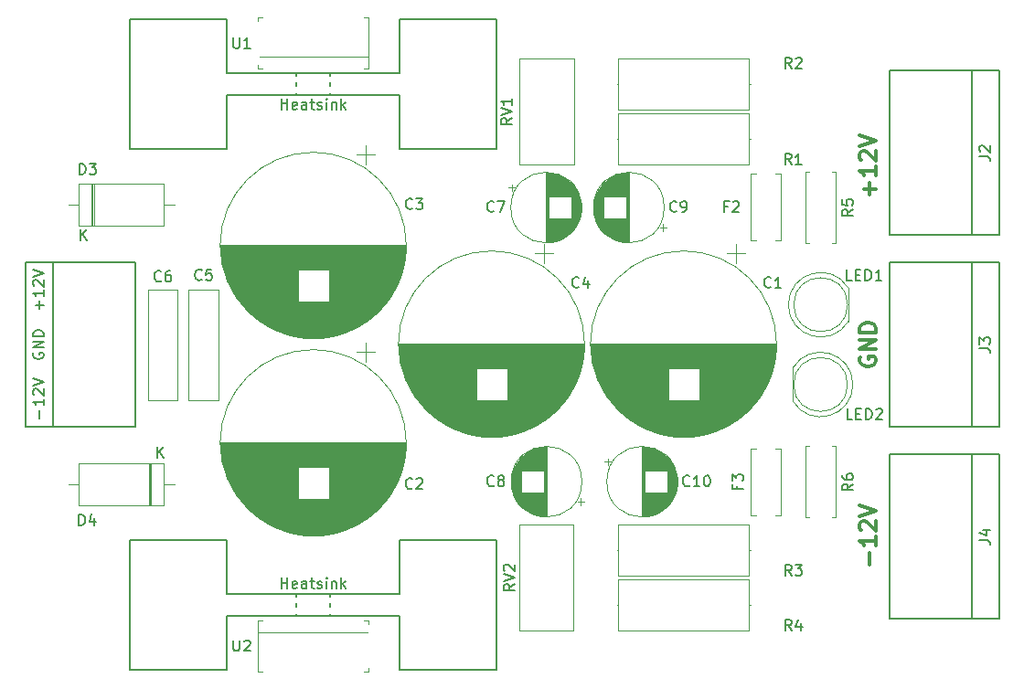
<source format=gbr>
G04 #@! TF.GenerationSoftware,KiCad,Pcbnew,(6.0.0)*
G04 #@! TF.CreationDate,2022-03-06T00:02:08+01:00*
G04 #@! TF.ProjectId,PSU - Filter,50535520-2d20-4466-996c-7465722e6b69,rev?*
G04 #@! TF.SameCoordinates,Original*
G04 #@! TF.FileFunction,Legend,Top*
G04 #@! TF.FilePolarity,Positive*
%FSLAX46Y46*%
G04 Gerber Fmt 4.6, Leading zero omitted, Abs format (unit mm)*
G04 Created by KiCad (PCBNEW (6.0.0)) date 2022-03-06 00:02:08*
%MOMM*%
%LPD*%
G01*
G04 APERTURE LIST*
%ADD10C,0.300000*%
%ADD11C,0.150000*%
%ADD12C,0.120000*%
%ADD13C,0.100000*%
G04 APERTURE END LIST*
D10*
X142125000Y-87502857D02*
X142053571Y-87645714D01*
X142053571Y-87860000D01*
X142125000Y-88074285D01*
X142267857Y-88217142D01*
X142410714Y-88288571D01*
X142696428Y-88360000D01*
X142910714Y-88360000D01*
X143196428Y-88288571D01*
X143339285Y-88217142D01*
X143482142Y-88074285D01*
X143553571Y-87860000D01*
X143553571Y-87717142D01*
X143482142Y-87502857D01*
X143410714Y-87431428D01*
X142910714Y-87431428D01*
X142910714Y-87717142D01*
X143553571Y-86788571D02*
X142053571Y-86788571D01*
X143553571Y-85931428D01*
X142053571Y-85931428D01*
X143553571Y-85217142D02*
X142053571Y-85217142D01*
X142053571Y-84860000D01*
X142125000Y-84645714D01*
X142267857Y-84502857D01*
X142410714Y-84431428D01*
X142696428Y-84360000D01*
X142910714Y-84360000D01*
X143196428Y-84431428D01*
X143339285Y-84502857D01*
X143482142Y-84645714D01*
X143553571Y-84860000D01*
X143553571Y-85217142D01*
X142982142Y-106782857D02*
X142982142Y-105640000D01*
X143553571Y-104140000D02*
X143553571Y-104997142D01*
X143553571Y-104568571D02*
X142053571Y-104568571D01*
X142267857Y-104711428D01*
X142410714Y-104854285D01*
X142482142Y-104997142D01*
X142196428Y-103568571D02*
X142125000Y-103497142D01*
X142053571Y-103354285D01*
X142053571Y-102997142D01*
X142125000Y-102854285D01*
X142196428Y-102782857D01*
X142339285Y-102711428D01*
X142482142Y-102711428D01*
X142696428Y-102782857D01*
X143553571Y-103640000D01*
X143553571Y-102711428D01*
X142053571Y-102282857D02*
X143553571Y-101782857D01*
X142053571Y-101282857D01*
X142982142Y-72492857D02*
X142982142Y-71350000D01*
X143553571Y-71921428D02*
X142410714Y-71921428D01*
X143553571Y-69850000D02*
X143553571Y-70707142D01*
X143553571Y-70278571D02*
X142053571Y-70278571D01*
X142267857Y-70421428D01*
X142410714Y-70564285D01*
X142482142Y-70707142D01*
X142196428Y-69278571D02*
X142125000Y-69207142D01*
X142053571Y-69064285D01*
X142053571Y-68707142D01*
X142125000Y-68564285D01*
X142196428Y-68492857D01*
X142339285Y-68421428D01*
X142482142Y-68421428D01*
X142696428Y-68492857D01*
X143553571Y-69350000D01*
X143553571Y-68421428D01*
X142053571Y-67992857D02*
X143553571Y-67492857D01*
X142053571Y-66992857D01*
D11*
X88487619Y-64561980D02*
X88487619Y-63561980D01*
X88487619Y-64038171D02*
X89059047Y-64038171D01*
X89059047Y-64561980D02*
X89059047Y-63561980D01*
X89916190Y-64514361D02*
X89820952Y-64561980D01*
X89630476Y-64561980D01*
X89535238Y-64514361D01*
X89487619Y-64419123D01*
X89487619Y-64038171D01*
X89535238Y-63942933D01*
X89630476Y-63895314D01*
X89820952Y-63895314D01*
X89916190Y-63942933D01*
X89963809Y-64038171D01*
X89963809Y-64133409D01*
X89487619Y-64228647D01*
X90820952Y-64561980D02*
X90820952Y-64038171D01*
X90773333Y-63942933D01*
X90678095Y-63895314D01*
X90487619Y-63895314D01*
X90392380Y-63942933D01*
X90820952Y-64514361D02*
X90725714Y-64561980D01*
X90487619Y-64561980D01*
X90392380Y-64514361D01*
X90344761Y-64419123D01*
X90344761Y-64323885D01*
X90392380Y-64228647D01*
X90487619Y-64181028D01*
X90725714Y-64181028D01*
X90820952Y-64133409D01*
X91154285Y-63895314D02*
X91535238Y-63895314D01*
X91297142Y-63561980D02*
X91297142Y-64419123D01*
X91344761Y-64514361D01*
X91440000Y-64561980D01*
X91535238Y-64561980D01*
X91820952Y-64514361D02*
X91916190Y-64561980D01*
X92106666Y-64561980D01*
X92201904Y-64514361D01*
X92249523Y-64419123D01*
X92249523Y-64371504D01*
X92201904Y-64276266D01*
X92106666Y-64228647D01*
X91963809Y-64228647D01*
X91868571Y-64181028D01*
X91820952Y-64085790D01*
X91820952Y-64038171D01*
X91868571Y-63942933D01*
X91963809Y-63895314D01*
X92106666Y-63895314D01*
X92201904Y-63942933D01*
X92678095Y-64561980D02*
X92678095Y-63895314D01*
X92678095Y-63561980D02*
X92630476Y-63609600D01*
X92678095Y-63657219D01*
X92725714Y-63609600D01*
X92678095Y-63561980D01*
X92678095Y-63657219D01*
X93154285Y-63895314D02*
X93154285Y-64561980D01*
X93154285Y-63990552D02*
X93201904Y-63942933D01*
X93297142Y-63895314D01*
X93440000Y-63895314D01*
X93535238Y-63942933D01*
X93582857Y-64038171D01*
X93582857Y-64561980D01*
X94059047Y-64561980D02*
X94059047Y-63561980D01*
X94154285Y-64181028D02*
X94440000Y-64561980D01*
X94440000Y-63895314D02*
X94059047Y-64276266D01*
X133818333Y-81002142D02*
X133770714Y-81049761D01*
X133627857Y-81097380D01*
X133532619Y-81097380D01*
X133389761Y-81049761D01*
X133294523Y-80954523D01*
X133246904Y-80859285D01*
X133199285Y-80668809D01*
X133199285Y-80525952D01*
X133246904Y-80335476D01*
X133294523Y-80240238D01*
X133389761Y-80145000D01*
X133532619Y-80097380D01*
X133627857Y-80097380D01*
X133770714Y-80145000D01*
X133818333Y-80192619D01*
X134770714Y-81097380D02*
X134199285Y-81097380D01*
X134485000Y-81097380D02*
X134485000Y-80097380D01*
X134389761Y-80240238D01*
X134294523Y-80335476D01*
X134199285Y-80383095D01*
X100620533Y-99645742D02*
X100572914Y-99693361D01*
X100430057Y-99740980D01*
X100334819Y-99740980D01*
X100191961Y-99693361D01*
X100096723Y-99598123D01*
X100049104Y-99502885D01*
X100001485Y-99312409D01*
X100001485Y-99169552D01*
X100049104Y-98979076D01*
X100096723Y-98883838D01*
X100191961Y-98788600D01*
X100334819Y-98740980D01*
X100430057Y-98740980D01*
X100572914Y-98788600D01*
X100620533Y-98836219D01*
X101001485Y-98836219D02*
X101049104Y-98788600D01*
X101144342Y-98740980D01*
X101382438Y-98740980D01*
X101477676Y-98788600D01*
X101525295Y-98836219D01*
X101572914Y-98931457D01*
X101572914Y-99026695D01*
X101525295Y-99169552D01*
X100953866Y-99740980D01*
X101572914Y-99740980D01*
X100620533Y-73712342D02*
X100572914Y-73759961D01*
X100430057Y-73807580D01*
X100334819Y-73807580D01*
X100191961Y-73759961D01*
X100096723Y-73664723D01*
X100049104Y-73569485D01*
X100001485Y-73379009D01*
X100001485Y-73236152D01*
X100049104Y-73045676D01*
X100096723Y-72950438D01*
X100191961Y-72855200D01*
X100334819Y-72807580D01*
X100430057Y-72807580D01*
X100572914Y-72855200D01*
X100620533Y-72902819D01*
X100953866Y-72807580D02*
X101572914Y-72807580D01*
X101239580Y-73188533D01*
X101382438Y-73188533D01*
X101477676Y-73236152D01*
X101525295Y-73283771D01*
X101572914Y-73379009D01*
X101572914Y-73617104D01*
X101525295Y-73712342D01*
X101477676Y-73759961D01*
X101382438Y-73807580D01*
X101096723Y-73807580D01*
X101001485Y-73759961D01*
X100953866Y-73712342D01*
X116038333Y-81002142D02*
X115990714Y-81049761D01*
X115847857Y-81097380D01*
X115752619Y-81097380D01*
X115609761Y-81049761D01*
X115514523Y-80954523D01*
X115466904Y-80859285D01*
X115419285Y-80668809D01*
X115419285Y-80525952D01*
X115466904Y-80335476D01*
X115514523Y-80240238D01*
X115609761Y-80145000D01*
X115752619Y-80097380D01*
X115847857Y-80097380D01*
X115990714Y-80145000D01*
X116038333Y-80192619D01*
X116895476Y-80430714D02*
X116895476Y-81097380D01*
X116657380Y-80049761D02*
X116419285Y-80764047D01*
X117038333Y-80764047D01*
X81113333Y-80307142D02*
X81065714Y-80354761D01*
X80922857Y-80402380D01*
X80827619Y-80402380D01*
X80684761Y-80354761D01*
X80589523Y-80259523D01*
X80541904Y-80164285D01*
X80494285Y-79973809D01*
X80494285Y-79830952D01*
X80541904Y-79640476D01*
X80589523Y-79545238D01*
X80684761Y-79450000D01*
X80827619Y-79402380D01*
X80922857Y-79402380D01*
X81065714Y-79450000D01*
X81113333Y-79497619D01*
X82018095Y-79402380D02*
X81541904Y-79402380D01*
X81494285Y-79878571D01*
X81541904Y-79830952D01*
X81637142Y-79783333D01*
X81875238Y-79783333D01*
X81970476Y-79830952D01*
X82018095Y-79878571D01*
X82065714Y-79973809D01*
X82065714Y-80211904D01*
X82018095Y-80307142D01*
X81970476Y-80354761D01*
X81875238Y-80402380D01*
X81637142Y-80402380D01*
X81541904Y-80354761D01*
X81494285Y-80307142D01*
X77354133Y-80427142D02*
X77306514Y-80474761D01*
X77163657Y-80522380D01*
X77068419Y-80522380D01*
X76925561Y-80474761D01*
X76830323Y-80379523D01*
X76782704Y-80284285D01*
X76735085Y-80093809D01*
X76735085Y-79950952D01*
X76782704Y-79760476D01*
X76830323Y-79665238D01*
X76925561Y-79570000D01*
X77068419Y-79522380D01*
X77163657Y-79522380D01*
X77306514Y-79570000D01*
X77354133Y-79617619D01*
X78211276Y-79522380D02*
X78020800Y-79522380D01*
X77925561Y-79570000D01*
X77877942Y-79617619D01*
X77782704Y-79760476D01*
X77735085Y-79950952D01*
X77735085Y-80331904D01*
X77782704Y-80427142D01*
X77830323Y-80474761D01*
X77925561Y-80522380D01*
X78116038Y-80522380D01*
X78211276Y-80474761D01*
X78258895Y-80427142D01*
X78306514Y-80331904D01*
X78306514Y-80093809D01*
X78258895Y-79998571D01*
X78211276Y-79950952D01*
X78116038Y-79903333D01*
X77925561Y-79903333D01*
X77830323Y-79950952D01*
X77782704Y-79998571D01*
X77735085Y-80093809D01*
X129841666Y-73548571D02*
X129508333Y-73548571D01*
X129508333Y-74072380D02*
X129508333Y-73072380D01*
X129984523Y-73072380D01*
X130317857Y-73167619D02*
X130365476Y-73120000D01*
X130460714Y-73072380D01*
X130698809Y-73072380D01*
X130794047Y-73120000D01*
X130841666Y-73167619D01*
X130889285Y-73262857D01*
X130889285Y-73358095D01*
X130841666Y-73500952D01*
X130270238Y-74072380D01*
X130889285Y-74072380D01*
X130718571Y-99433333D02*
X130718571Y-99766666D01*
X131242380Y-99766666D02*
X130242380Y-99766666D01*
X130242380Y-99290476D01*
X130242380Y-99004761D02*
X130242380Y-98385714D01*
X130623333Y-98719047D01*
X130623333Y-98576190D01*
X130670952Y-98480952D01*
X130718571Y-98433333D01*
X130813809Y-98385714D01*
X131051904Y-98385714D01*
X131147142Y-98433333D01*
X131194761Y-98480952D01*
X131242380Y-98576190D01*
X131242380Y-98861904D01*
X131194761Y-98957142D01*
X131147142Y-99004761D01*
X153122380Y-68913333D02*
X153836666Y-68913333D01*
X153979523Y-68960952D01*
X154074761Y-69056190D01*
X154122380Y-69199047D01*
X154122380Y-69294285D01*
X153217619Y-68484761D02*
X153170000Y-68437142D01*
X153122380Y-68341904D01*
X153122380Y-68103809D01*
X153170000Y-68008571D01*
X153217619Y-67960952D01*
X153312857Y-67913333D01*
X153408095Y-67913333D01*
X153550952Y-67960952D01*
X154122380Y-68532380D01*
X154122380Y-67913333D01*
X153122380Y-86693333D02*
X153836666Y-86693333D01*
X153979523Y-86740952D01*
X154074761Y-86836190D01*
X154122380Y-86979047D01*
X154122380Y-87074285D01*
X153122380Y-86312380D02*
X153122380Y-85693333D01*
X153503333Y-86026666D01*
X153503333Y-85883809D01*
X153550952Y-85788571D01*
X153598571Y-85740952D01*
X153693809Y-85693333D01*
X153931904Y-85693333D01*
X154027142Y-85740952D01*
X154074761Y-85788571D01*
X154122380Y-85883809D01*
X154122380Y-86169523D01*
X154074761Y-86264761D01*
X154027142Y-86312380D01*
X153122380Y-104473333D02*
X153836666Y-104473333D01*
X153979523Y-104520952D01*
X154074761Y-104616190D01*
X154122380Y-104759047D01*
X154122380Y-104854285D01*
X153455714Y-103568571D02*
X154122380Y-103568571D01*
X153074761Y-103806666D02*
X153789047Y-104044761D01*
X153789047Y-103425714D01*
X66111428Y-93169523D02*
X66111428Y-92407619D01*
X66492380Y-91407619D02*
X66492380Y-91979047D01*
X66492380Y-91693333D02*
X65492380Y-91693333D01*
X65635238Y-91788571D01*
X65730476Y-91883809D01*
X65778095Y-91979047D01*
X65587619Y-91026666D02*
X65540000Y-90979047D01*
X65492380Y-90883809D01*
X65492380Y-90645714D01*
X65540000Y-90550476D01*
X65587619Y-90502857D01*
X65682857Y-90455238D01*
X65778095Y-90455238D01*
X65920952Y-90502857D01*
X66492380Y-91074285D01*
X66492380Y-90455238D01*
X65492380Y-90169523D02*
X66492380Y-89836190D01*
X65492380Y-89502857D01*
X65540000Y-87121904D02*
X65492380Y-87217142D01*
X65492380Y-87360000D01*
X65540000Y-87502857D01*
X65635238Y-87598095D01*
X65730476Y-87645714D01*
X65920952Y-87693333D01*
X66063809Y-87693333D01*
X66254285Y-87645714D01*
X66349523Y-87598095D01*
X66444761Y-87502857D01*
X66492380Y-87360000D01*
X66492380Y-87264761D01*
X66444761Y-87121904D01*
X66397142Y-87074285D01*
X66063809Y-87074285D01*
X66063809Y-87264761D01*
X66492380Y-86645714D02*
X65492380Y-86645714D01*
X66492380Y-86074285D01*
X65492380Y-86074285D01*
X66492380Y-85598095D02*
X65492380Y-85598095D01*
X65492380Y-85360000D01*
X65540000Y-85217142D01*
X65635238Y-85121904D01*
X65730476Y-85074285D01*
X65920952Y-85026666D01*
X66063809Y-85026666D01*
X66254285Y-85074285D01*
X66349523Y-85121904D01*
X66444761Y-85217142D01*
X66492380Y-85360000D01*
X66492380Y-85598095D01*
X66111428Y-83074285D02*
X66111428Y-82312380D01*
X66492380Y-82693333D02*
X65730476Y-82693333D01*
X66492380Y-81312380D02*
X66492380Y-81883809D01*
X66492380Y-81598095D02*
X65492380Y-81598095D01*
X65635238Y-81693333D01*
X65730476Y-81788571D01*
X65778095Y-81883809D01*
X65587619Y-80931428D02*
X65540000Y-80883809D01*
X65492380Y-80788571D01*
X65492380Y-80550476D01*
X65540000Y-80455238D01*
X65587619Y-80407619D01*
X65682857Y-80360000D01*
X65778095Y-80360000D01*
X65920952Y-80407619D01*
X66492380Y-80979047D01*
X66492380Y-80360000D01*
X65492380Y-80074285D02*
X66492380Y-79740952D01*
X65492380Y-79407619D01*
X141374952Y-93289380D02*
X140898761Y-93289380D01*
X140898761Y-92289380D01*
X141708285Y-92765571D02*
X142041619Y-92765571D01*
X142184476Y-93289380D02*
X141708285Y-93289380D01*
X141708285Y-92289380D01*
X142184476Y-92289380D01*
X142613047Y-93289380D02*
X142613047Y-92289380D01*
X142851142Y-92289380D01*
X142994000Y-92337000D01*
X143089238Y-92432238D01*
X143136857Y-92527476D01*
X143184476Y-92717952D01*
X143184476Y-92860809D01*
X143136857Y-93051285D01*
X143089238Y-93146523D01*
X142994000Y-93241761D01*
X142851142Y-93289380D01*
X142613047Y-93289380D01*
X143565428Y-92384619D02*
X143613047Y-92337000D01*
X143708285Y-92289380D01*
X143946380Y-92289380D01*
X144041619Y-92337000D01*
X144089238Y-92384619D01*
X144136857Y-92479857D01*
X144136857Y-92575095D01*
X144089238Y-92717952D01*
X143517809Y-93289380D01*
X144136857Y-93289380D01*
X135723333Y-69667380D02*
X135390000Y-69191190D01*
X135151904Y-69667380D02*
X135151904Y-68667380D01*
X135532857Y-68667380D01*
X135628095Y-68715000D01*
X135675714Y-68762619D01*
X135723333Y-68857857D01*
X135723333Y-69000714D01*
X135675714Y-69095952D01*
X135628095Y-69143571D01*
X135532857Y-69191190D01*
X135151904Y-69191190D01*
X136675714Y-69667380D02*
X136104285Y-69667380D01*
X136390000Y-69667380D02*
X136390000Y-68667380D01*
X136294761Y-68810238D01*
X136199523Y-68905476D01*
X136104285Y-68953095D01*
X135723333Y-60777380D02*
X135390000Y-60301190D01*
X135151904Y-60777380D02*
X135151904Y-59777380D01*
X135532857Y-59777380D01*
X135628095Y-59825000D01*
X135675714Y-59872619D01*
X135723333Y-59967857D01*
X135723333Y-60110714D01*
X135675714Y-60205952D01*
X135628095Y-60253571D01*
X135532857Y-60301190D01*
X135151904Y-60301190D01*
X136104285Y-59872619D02*
X136151904Y-59825000D01*
X136247142Y-59777380D01*
X136485238Y-59777380D01*
X136580476Y-59825000D01*
X136628095Y-59872619D01*
X136675714Y-59967857D01*
X136675714Y-60063095D01*
X136628095Y-60205952D01*
X136056666Y-60777380D01*
X136675714Y-60777380D01*
X135733333Y-107752380D02*
X135400000Y-107276190D01*
X135161904Y-107752380D02*
X135161904Y-106752380D01*
X135542857Y-106752380D01*
X135638095Y-106800000D01*
X135685714Y-106847619D01*
X135733333Y-106942857D01*
X135733333Y-107085714D01*
X135685714Y-107180952D01*
X135638095Y-107228571D01*
X135542857Y-107276190D01*
X135161904Y-107276190D01*
X136066666Y-106752380D02*
X136685714Y-106752380D01*
X136352380Y-107133333D01*
X136495238Y-107133333D01*
X136590476Y-107180952D01*
X136638095Y-107228571D01*
X136685714Y-107323809D01*
X136685714Y-107561904D01*
X136638095Y-107657142D01*
X136590476Y-107704761D01*
X136495238Y-107752380D01*
X136209523Y-107752380D01*
X136114285Y-107704761D01*
X136066666Y-107657142D01*
X135733333Y-112852380D02*
X135400000Y-112376190D01*
X135161904Y-112852380D02*
X135161904Y-111852380D01*
X135542857Y-111852380D01*
X135638095Y-111900000D01*
X135685714Y-111947619D01*
X135733333Y-112042857D01*
X135733333Y-112185714D01*
X135685714Y-112280952D01*
X135638095Y-112328571D01*
X135542857Y-112376190D01*
X135161904Y-112376190D01*
X136590476Y-112185714D02*
X136590476Y-112852380D01*
X136352380Y-111804761D02*
X136114285Y-112519047D01*
X136733333Y-112519047D01*
X141422380Y-73826666D02*
X140946190Y-74160000D01*
X141422380Y-74398095D02*
X140422380Y-74398095D01*
X140422380Y-74017142D01*
X140470000Y-73921904D01*
X140517619Y-73874285D01*
X140612857Y-73826666D01*
X140755714Y-73826666D01*
X140850952Y-73874285D01*
X140898571Y-73921904D01*
X140946190Y-74017142D01*
X140946190Y-74398095D01*
X140422380Y-72921904D02*
X140422380Y-73398095D01*
X140898571Y-73445714D01*
X140850952Y-73398095D01*
X140803333Y-73302857D01*
X140803333Y-73064761D01*
X140850952Y-72969523D01*
X140898571Y-72921904D01*
X140993809Y-72874285D01*
X141231904Y-72874285D01*
X141327142Y-72921904D01*
X141374761Y-72969523D01*
X141422380Y-73064761D01*
X141422380Y-73302857D01*
X141374761Y-73398095D01*
X141327142Y-73445714D01*
X141422380Y-99277466D02*
X140946190Y-99610800D01*
X141422380Y-99848895D02*
X140422380Y-99848895D01*
X140422380Y-99467942D01*
X140470000Y-99372704D01*
X140517619Y-99325085D01*
X140612857Y-99277466D01*
X140755714Y-99277466D01*
X140850952Y-99325085D01*
X140898571Y-99372704D01*
X140946190Y-99467942D01*
X140946190Y-99848895D01*
X140422380Y-98420323D02*
X140422380Y-98610800D01*
X140470000Y-98706038D01*
X140517619Y-98753657D01*
X140660476Y-98848895D01*
X140850952Y-98896514D01*
X141231904Y-98896514D01*
X141327142Y-98848895D01*
X141374761Y-98801276D01*
X141422380Y-98706038D01*
X141422380Y-98515561D01*
X141374761Y-98420323D01*
X141327142Y-98372704D01*
X141231904Y-98325085D01*
X140993809Y-98325085D01*
X140898571Y-98372704D01*
X140850952Y-98420323D01*
X140803333Y-98515561D01*
X140803333Y-98706038D01*
X140850952Y-98801276D01*
X140898571Y-98848895D01*
X140993809Y-98896514D01*
X109822380Y-65365238D02*
X109346190Y-65698571D01*
X109822380Y-65936666D02*
X108822380Y-65936666D01*
X108822380Y-65555714D01*
X108870000Y-65460476D01*
X108917619Y-65412857D01*
X109012857Y-65365238D01*
X109155714Y-65365238D01*
X109250952Y-65412857D01*
X109298571Y-65460476D01*
X109346190Y-65555714D01*
X109346190Y-65936666D01*
X108822380Y-65079523D02*
X109822380Y-64746190D01*
X108822380Y-64412857D01*
X109822380Y-63555714D02*
X109822380Y-64127142D01*
X109822380Y-63841428D02*
X108822380Y-63841428D01*
X108965238Y-63936666D01*
X109060476Y-64031904D01*
X109108095Y-64127142D01*
X110078780Y-108545238D02*
X109602590Y-108878571D01*
X110078780Y-109116666D02*
X109078780Y-109116666D01*
X109078780Y-108735714D01*
X109126400Y-108640476D01*
X109174019Y-108592857D01*
X109269257Y-108545238D01*
X109412114Y-108545238D01*
X109507352Y-108592857D01*
X109554971Y-108640476D01*
X109602590Y-108735714D01*
X109602590Y-109116666D01*
X109078780Y-108259523D02*
X110078780Y-107926190D01*
X109078780Y-107592857D01*
X109174019Y-107307142D02*
X109126400Y-107259523D01*
X109078780Y-107164285D01*
X109078780Y-106926190D01*
X109126400Y-106830952D01*
X109174019Y-106783333D01*
X109269257Y-106735714D01*
X109364495Y-106735714D01*
X109507352Y-106783333D01*
X110078780Y-107354761D01*
X110078780Y-106735714D01*
X84048695Y-57897780D02*
X84048695Y-58707304D01*
X84096314Y-58802542D01*
X84143933Y-58850161D01*
X84239171Y-58897780D01*
X84429647Y-58897780D01*
X84524885Y-58850161D01*
X84572504Y-58802542D01*
X84620123Y-58707304D01*
X84620123Y-57897780D01*
X85620123Y-58897780D02*
X85048695Y-58897780D01*
X85334409Y-58897780D02*
X85334409Y-57897780D01*
X85239171Y-58040638D01*
X85143933Y-58135876D01*
X85048695Y-58183495D01*
X141324152Y-80411580D02*
X140847961Y-80411580D01*
X140847961Y-79411580D01*
X141657485Y-79887771D02*
X141990819Y-79887771D01*
X142133676Y-80411580D02*
X141657485Y-80411580D01*
X141657485Y-79411580D01*
X142133676Y-79411580D01*
X142562247Y-80411580D02*
X142562247Y-79411580D01*
X142800342Y-79411580D01*
X142943200Y-79459200D01*
X143038438Y-79554438D01*
X143086057Y-79649676D01*
X143133676Y-79840152D01*
X143133676Y-79983009D01*
X143086057Y-80173485D01*
X143038438Y-80268723D01*
X142943200Y-80363961D01*
X142800342Y-80411580D01*
X142562247Y-80411580D01*
X144086057Y-80411580D02*
X143514628Y-80411580D01*
X143800342Y-80411580D02*
X143800342Y-79411580D01*
X143705104Y-79554438D01*
X143609866Y-79649676D01*
X143514628Y-79697295D01*
X84048695Y-113752380D02*
X84048695Y-114561904D01*
X84096314Y-114657142D01*
X84143933Y-114704761D01*
X84239171Y-114752380D01*
X84429647Y-114752380D01*
X84524885Y-114704761D01*
X84572504Y-114657142D01*
X84620123Y-114561904D01*
X84620123Y-113752380D01*
X85048695Y-113847619D02*
X85096314Y-113800000D01*
X85191552Y-113752380D01*
X85429647Y-113752380D01*
X85524885Y-113800000D01*
X85572504Y-113847619D01*
X85620123Y-113942857D01*
X85620123Y-114038095D01*
X85572504Y-114180952D01*
X85001076Y-114752380D01*
X85620123Y-114752380D01*
X88487619Y-108942380D02*
X88487619Y-107942380D01*
X88487619Y-108418571D02*
X89059047Y-108418571D01*
X89059047Y-108942380D02*
X89059047Y-107942380D01*
X89916190Y-108894761D02*
X89820952Y-108942380D01*
X89630476Y-108942380D01*
X89535238Y-108894761D01*
X89487619Y-108799523D01*
X89487619Y-108418571D01*
X89535238Y-108323333D01*
X89630476Y-108275714D01*
X89820952Y-108275714D01*
X89916190Y-108323333D01*
X89963809Y-108418571D01*
X89963809Y-108513809D01*
X89487619Y-108609047D01*
X90820952Y-108942380D02*
X90820952Y-108418571D01*
X90773333Y-108323333D01*
X90678095Y-108275714D01*
X90487619Y-108275714D01*
X90392380Y-108323333D01*
X90820952Y-108894761D02*
X90725714Y-108942380D01*
X90487619Y-108942380D01*
X90392380Y-108894761D01*
X90344761Y-108799523D01*
X90344761Y-108704285D01*
X90392380Y-108609047D01*
X90487619Y-108561428D01*
X90725714Y-108561428D01*
X90820952Y-108513809D01*
X91154285Y-108275714D02*
X91535238Y-108275714D01*
X91297142Y-107942380D02*
X91297142Y-108799523D01*
X91344761Y-108894761D01*
X91440000Y-108942380D01*
X91535238Y-108942380D01*
X91820952Y-108894761D02*
X91916190Y-108942380D01*
X92106666Y-108942380D01*
X92201904Y-108894761D01*
X92249523Y-108799523D01*
X92249523Y-108751904D01*
X92201904Y-108656666D01*
X92106666Y-108609047D01*
X91963809Y-108609047D01*
X91868571Y-108561428D01*
X91820952Y-108466190D01*
X91820952Y-108418571D01*
X91868571Y-108323333D01*
X91963809Y-108275714D01*
X92106666Y-108275714D01*
X92201904Y-108323333D01*
X92678095Y-108942380D02*
X92678095Y-108275714D01*
X92678095Y-107942380D02*
X92630476Y-107990000D01*
X92678095Y-108037619D01*
X92725714Y-107990000D01*
X92678095Y-107942380D01*
X92678095Y-108037619D01*
X93154285Y-108275714D02*
X93154285Y-108942380D01*
X93154285Y-108370952D02*
X93201904Y-108323333D01*
X93297142Y-108275714D01*
X93440000Y-108275714D01*
X93535238Y-108323333D01*
X93582857Y-108418571D01*
X93582857Y-108942380D01*
X94059047Y-108942380D02*
X94059047Y-107942380D01*
X94154285Y-108561428D02*
X94440000Y-108942380D01*
X94440000Y-108275714D02*
X94059047Y-108656666D01*
X108164333Y-73966342D02*
X108116714Y-74013961D01*
X107973857Y-74061580D01*
X107878619Y-74061580D01*
X107735761Y-74013961D01*
X107640523Y-73918723D01*
X107592904Y-73823485D01*
X107545285Y-73633009D01*
X107545285Y-73490152D01*
X107592904Y-73299676D01*
X107640523Y-73204438D01*
X107735761Y-73109200D01*
X107878619Y-73061580D01*
X107973857Y-73061580D01*
X108116714Y-73109200D01*
X108164333Y-73156819D01*
X108497666Y-73061580D02*
X109164333Y-73061580D01*
X108735761Y-74061580D01*
X125080733Y-73966342D02*
X125033114Y-74013961D01*
X124890257Y-74061580D01*
X124795019Y-74061580D01*
X124652161Y-74013961D01*
X124556923Y-73918723D01*
X124509304Y-73823485D01*
X124461685Y-73633009D01*
X124461685Y-73490152D01*
X124509304Y-73299676D01*
X124556923Y-73204438D01*
X124652161Y-73109200D01*
X124795019Y-73061580D01*
X124890257Y-73061580D01*
X125033114Y-73109200D01*
X125080733Y-73156819D01*
X125556923Y-74061580D02*
X125747400Y-74061580D01*
X125842638Y-74013961D01*
X125890257Y-73966342D01*
X125985495Y-73823485D01*
X126033114Y-73633009D01*
X126033114Y-73252057D01*
X125985495Y-73156819D01*
X125937876Y-73109200D01*
X125842638Y-73061580D01*
X125652161Y-73061580D01*
X125556923Y-73109200D01*
X125509304Y-73156819D01*
X125461685Y-73252057D01*
X125461685Y-73490152D01*
X125509304Y-73585390D01*
X125556923Y-73633009D01*
X125652161Y-73680628D01*
X125842638Y-73680628D01*
X125937876Y-73633009D01*
X125985495Y-73585390D01*
X126033114Y-73490152D01*
X126280942Y-99391742D02*
X126233323Y-99439361D01*
X126090466Y-99486980D01*
X125995228Y-99486980D01*
X125852371Y-99439361D01*
X125757133Y-99344123D01*
X125709514Y-99248885D01*
X125661895Y-99058409D01*
X125661895Y-98915552D01*
X125709514Y-98725076D01*
X125757133Y-98629838D01*
X125852371Y-98534600D01*
X125995228Y-98486980D01*
X126090466Y-98486980D01*
X126233323Y-98534600D01*
X126280942Y-98582219D01*
X127233323Y-99486980D02*
X126661895Y-99486980D01*
X126947609Y-99486980D02*
X126947609Y-98486980D01*
X126852371Y-98629838D01*
X126757133Y-98725076D01*
X126661895Y-98772695D01*
X127852371Y-98486980D02*
X127947609Y-98486980D01*
X128042847Y-98534600D01*
X128090466Y-98582219D01*
X128138085Y-98677457D01*
X128185704Y-98867933D01*
X128185704Y-99106028D01*
X128138085Y-99296504D01*
X128090466Y-99391742D01*
X128042847Y-99439361D01*
X127947609Y-99486980D01*
X127852371Y-99486980D01*
X127757133Y-99439361D01*
X127709514Y-99391742D01*
X127661895Y-99296504D01*
X127614276Y-99106028D01*
X127614276Y-98867933D01*
X127661895Y-98677457D01*
X127709514Y-98582219D01*
X127757133Y-98534600D01*
X127852371Y-98486980D01*
X108164333Y-99391742D02*
X108116714Y-99439361D01*
X107973857Y-99486980D01*
X107878619Y-99486980D01*
X107735761Y-99439361D01*
X107640523Y-99344123D01*
X107592904Y-99248885D01*
X107545285Y-99058409D01*
X107545285Y-98915552D01*
X107592904Y-98725076D01*
X107640523Y-98629838D01*
X107735761Y-98534600D01*
X107878619Y-98486980D01*
X107973857Y-98486980D01*
X108116714Y-98534600D01*
X108164333Y-98582219D01*
X108735761Y-98915552D02*
X108640523Y-98867933D01*
X108592904Y-98820314D01*
X108545285Y-98725076D01*
X108545285Y-98677457D01*
X108592904Y-98582219D01*
X108640523Y-98534600D01*
X108735761Y-98486980D01*
X108926238Y-98486980D01*
X109021476Y-98534600D01*
X109069095Y-98582219D01*
X109116714Y-98677457D01*
X109116714Y-98725076D01*
X109069095Y-98820314D01*
X109021476Y-98867933D01*
X108926238Y-98915552D01*
X108735761Y-98915552D01*
X108640523Y-98963171D01*
X108592904Y-99010790D01*
X108545285Y-99106028D01*
X108545285Y-99296504D01*
X108592904Y-99391742D01*
X108640523Y-99439361D01*
X108735761Y-99486980D01*
X108926238Y-99486980D01*
X109021476Y-99439361D01*
X109069095Y-99391742D01*
X109116714Y-99296504D01*
X109116714Y-99106028D01*
X109069095Y-99010790D01*
X109021476Y-98963171D01*
X108926238Y-98915552D01*
X69746904Y-103093780D02*
X69746904Y-102093780D01*
X69985000Y-102093780D01*
X70127857Y-102141400D01*
X70223095Y-102236638D01*
X70270714Y-102331876D01*
X70318333Y-102522352D01*
X70318333Y-102665209D01*
X70270714Y-102855685D01*
X70223095Y-102950923D01*
X70127857Y-103046161D01*
X69985000Y-103093780D01*
X69746904Y-103093780D01*
X71175476Y-102427114D02*
X71175476Y-103093780D01*
X70937380Y-102046161D02*
X70699285Y-102760447D01*
X71318333Y-102760447D01*
X77004895Y-96819980D02*
X77004895Y-95819980D01*
X77576323Y-96819980D02*
X77147752Y-96248552D01*
X77576323Y-95819980D02*
X77004895Y-96391409D01*
X69797704Y-70581780D02*
X69797704Y-69581780D01*
X70035800Y-69581780D01*
X70178657Y-69629400D01*
X70273895Y-69724638D01*
X70321514Y-69819876D01*
X70369133Y-70010352D01*
X70369133Y-70153209D01*
X70321514Y-70343685D01*
X70273895Y-70438923D01*
X70178657Y-70534161D01*
X70035800Y-70581780D01*
X69797704Y-70581780D01*
X70702466Y-69581780D02*
X71321514Y-69581780D01*
X70988180Y-69962733D01*
X71131038Y-69962733D01*
X71226276Y-70010352D01*
X71273895Y-70057971D01*
X71321514Y-70153209D01*
X71321514Y-70391304D01*
X71273895Y-70486542D01*
X71226276Y-70534161D01*
X71131038Y-70581780D01*
X70845323Y-70581780D01*
X70750085Y-70534161D01*
X70702466Y-70486542D01*
X69892895Y-76703180D02*
X69892895Y-75703180D01*
X70464323Y-76703180D02*
X70035752Y-76131752D01*
X70464323Y-75703180D02*
X69892895Y-76274609D01*
X83440000Y-61230000D02*
X99440000Y-61230000D01*
X89840000Y-63230000D02*
X89840000Y-63030000D01*
X89840000Y-61230000D02*
X89840000Y-61430000D01*
X99440000Y-56230000D02*
X108440000Y-56230000D01*
X89840000Y-62430000D02*
X89840000Y-62080000D01*
X108440000Y-68230000D02*
X99440000Y-68230000D01*
X83440000Y-68230000D02*
X83440000Y-63230000D01*
X93040000Y-62430000D02*
X93040000Y-62030000D01*
X99440000Y-63230000D02*
X99440000Y-68230000D01*
X99440000Y-61230000D02*
X99440000Y-56230000D01*
X99440000Y-63230000D02*
X83440000Y-63230000D01*
X83440000Y-61230000D02*
X83440000Y-56230000D01*
X74440000Y-68230000D02*
X83440000Y-68230000D01*
X74440000Y-56230000D02*
X74440000Y-68230000D01*
X83440000Y-56230000D02*
X74440000Y-56230000D01*
X108440000Y-56230000D02*
X108440000Y-68230000D01*
X93040000Y-63230000D02*
X93040000Y-63030000D01*
X93040000Y-61230000D02*
X93040000Y-61430000D01*
D12*
X133757000Y-89341000D02*
X127170000Y-89341000D01*
X132981000Y-90901000D02*
X127170000Y-90901000D01*
X124290000Y-89541000D02*
X117782000Y-89541000D01*
X131994000Y-92181000D02*
X119466000Y-92181000D01*
X134035000Y-88461000D02*
X117425000Y-88461000D01*
X124290000Y-90301000D02*
X118134000Y-90301000D01*
X124290000Y-90701000D02*
X118357000Y-90701000D01*
X124290000Y-89221000D02*
X117659000Y-89221000D01*
X131637000Y-92541000D02*
X119823000Y-92541000D01*
X131375000Y-92781000D02*
X120085000Y-92781000D01*
X134066000Y-88341000D02*
X117394000Y-88341000D01*
X132903000Y-91021000D02*
X127170000Y-91021000D01*
X127626000Y-94700000D02*
X123834000Y-94700000D01*
X131841000Y-92341000D02*
X119619000Y-92341000D01*
X127945000Y-94620000D02*
X123515000Y-94620000D01*
X134137000Y-88021000D02*
X117323000Y-88021000D01*
X134085000Y-88261000D02*
X117375000Y-88261000D01*
X133883000Y-88981000D02*
X127170000Y-88981000D01*
X124290000Y-90341000D02*
X118155000Y-90341000D01*
X134308000Y-86500000D02*
X117152000Y-86500000D01*
X130550000Y-93421000D02*
X120910000Y-93421000D01*
X124290000Y-89821000D02*
X117901000Y-89821000D01*
X134182000Y-87781000D02*
X117278000Y-87781000D01*
X133262000Y-90421000D02*
X127170000Y-90421000D01*
X132565000Y-91501000D02*
X118895000Y-91501000D01*
X131801000Y-92381000D02*
X119659000Y-92381000D01*
X129975000Y-93781000D02*
X121485000Y-93781000D01*
X124290000Y-91141000D02*
X118637000Y-91141000D01*
X124290000Y-90821000D02*
X118430000Y-90821000D01*
X134129000Y-88061000D02*
X117331000Y-88061000D01*
X124290000Y-91301000D02*
X118748000Y-91301000D01*
X134094000Y-88221000D02*
X117366000Y-88221000D01*
X132535000Y-91541000D02*
X118925000Y-91541000D01*
X133934000Y-88821000D02*
X127170000Y-88821000D01*
X124290000Y-89781000D02*
X117883000Y-89781000D01*
X124290000Y-88861000D02*
X117538000Y-88861000D01*
X133645000Y-89621000D02*
X127170000Y-89621000D01*
X134273000Y-87101000D02*
X117187000Y-87101000D01*
X131139000Y-92981000D02*
X120321000Y-92981000D01*
X133428000Y-90101000D02*
X127170000Y-90101000D01*
X133305000Y-90341000D02*
X127170000Y-90341000D01*
X129274000Y-94141000D02*
X122186000Y-94141000D01*
X132504000Y-91581000D02*
X118956000Y-91581000D01*
X124290000Y-89301000D02*
X117688000Y-89301000D01*
X131956000Y-92221000D02*
X119504000Y-92221000D01*
X133629000Y-89661000D02*
X127170000Y-89661000D01*
X124290000Y-90061000D02*
X118013000Y-90061000D01*
X132278000Y-91861000D02*
X119182000Y-91861000D01*
X128901000Y-94301000D02*
X122559000Y-94301000D01*
X127443000Y-94740000D02*
X124017000Y-94740000D01*
X128469000Y-94461000D02*
X122991000Y-94461000D01*
X134014000Y-88541000D02*
X117446000Y-88541000D01*
X124290000Y-88661000D02*
X117479000Y-88661000D01*
X131761000Y-92421000D02*
X119699000Y-92421000D01*
X124290000Y-89141000D02*
X117631000Y-89141000D01*
X124290000Y-91341000D02*
X118776000Y-91341000D01*
X134257000Y-87261000D02*
X117203000Y-87261000D01*
X133695000Y-89501000D02*
X127170000Y-89501000D01*
X134265000Y-87181000D02*
X117195000Y-87181000D01*
X124290000Y-89061000D02*
X117603000Y-89061000D01*
X131283000Y-92861000D02*
X120177000Y-92861000D01*
X130243000Y-93621000D02*
X121217000Y-93621000D01*
X133284000Y-90381000D02*
X127170000Y-90381000D01*
X132139000Y-92021000D02*
X119321000Y-92021000D01*
X128088000Y-94580000D02*
X123372000Y-94580000D01*
X130988000Y-93101000D02*
X120472000Y-93101000D01*
X124290000Y-89621000D02*
X117815000Y-89621000D01*
X133909000Y-88901000D02*
X127170000Y-88901000D01*
X134280000Y-87021000D02*
X117180000Y-87021000D01*
X134056000Y-88381000D02*
X117404000Y-88381000D01*
X124290000Y-89661000D02*
X117831000Y-89661000D01*
X128584000Y-94421000D02*
X122876000Y-94421000D01*
X124290000Y-89861000D02*
X117919000Y-89861000D01*
X133388000Y-90181000D02*
X127170000Y-90181000D01*
X131039000Y-93061000D02*
X120421000Y-93061000D01*
X124290000Y-88821000D02*
X117526000Y-88821000D01*
X134292000Y-86860000D02*
X117168000Y-86860000D01*
X124290000Y-89741000D02*
X117866000Y-89741000D01*
X131679000Y-92501000D02*
X119781000Y-92501000D01*
X124290000Y-89901000D02*
X117937000Y-89901000D01*
X134303000Y-86660000D02*
X117157000Y-86660000D01*
X134175000Y-87821000D02*
X117285000Y-87821000D01*
X133079000Y-90741000D02*
X127170000Y-90741000D01*
X133786000Y-89261000D02*
X127170000Y-89261000D01*
X133992000Y-88621000D02*
X127170000Y-88621000D01*
X124290000Y-90861000D02*
X118454000Y-90861000D01*
X134297000Y-86780000D02*
X117163000Y-86780000D01*
X133103000Y-90701000D02*
X127170000Y-90701000D01*
X134252000Y-87301000D02*
X117208000Y-87301000D01*
X132684000Y-91341000D02*
X127170000Y-91341000D01*
X134243000Y-87381000D02*
X117217000Y-87381000D01*
X124290000Y-89181000D02*
X117645000Y-89181000D01*
X134307000Y-86540000D02*
X117153000Y-86540000D01*
X132344000Y-91781000D02*
X119116000Y-91781000D01*
X130306000Y-93581000D02*
X121154000Y-93581000D01*
X132625000Y-91421000D02*
X127170000Y-91421000D01*
X132311000Y-91821000D02*
X119149000Y-91821000D01*
X128348000Y-94500000D02*
X123112000Y-94500000D01*
X134215000Y-87581000D02*
X117245000Y-87581000D01*
X133055000Y-90781000D02*
X127170000Y-90781000D01*
X124290000Y-89461000D02*
X117750000Y-89461000D01*
X131509000Y-92661000D02*
X119951000Y-92661000D01*
X124290000Y-90261000D02*
X118113000Y-90261000D01*
X124290000Y-89421000D02*
X117734000Y-89421000D01*
X133857000Y-89061000D02*
X127170000Y-89061000D01*
X131089000Y-93021000D02*
X120371000Y-93021000D01*
X124290000Y-89701000D02*
X117848000Y-89701000D01*
X130776000Y-93261000D02*
X120684000Y-93261000D01*
X132850000Y-91101000D02*
X127170000Y-91101000D01*
X133829000Y-89141000D02*
X127170000Y-89141000D01*
X134287000Y-86940000D02*
X117173000Y-86940000D01*
X133958000Y-88741000D02*
X127170000Y-88741000D01*
X132104000Y-92061000D02*
X119356000Y-92061000D01*
X131552000Y-92621000D02*
X119908000Y-92621000D01*
X130430000Y-93501000D02*
X121030000Y-93501000D01*
X124290000Y-90501000D02*
X118242000Y-90501000D01*
X134203000Y-87661000D02*
X117257000Y-87661000D01*
X134311000Y-86300000D02*
X117149000Y-86300000D01*
X124290000Y-89581000D02*
X117798000Y-89581000D01*
X132655000Y-91381000D02*
X127170000Y-91381000D01*
X124290000Y-88701000D02*
X117490000Y-88701000D01*
X132244000Y-91901000D02*
X119216000Y-91901000D01*
X134209000Y-87621000D02*
X117251000Y-87621000D01*
X124290000Y-90581000D02*
X118287000Y-90581000D01*
X132595000Y-91461000D02*
X127170000Y-91461000D01*
X128693000Y-94381000D02*
X122767000Y-94381000D01*
X134145000Y-87981000D02*
X117315000Y-87981000D01*
X124290000Y-90621000D02*
X118310000Y-90621000D01*
X134189000Y-87741000D02*
X117271000Y-87741000D01*
X134309000Y-86460000D02*
X117151000Y-86460000D01*
X132929000Y-90981000D02*
X127170000Y-90981000D01*
X134310000Y-86420000D02*
X117150000Y-86420000D01*
X134284000Y-86980000D02*
X117176000Y-86980000D01*
X124290000Y-90661000D02*
X118333000Y-90661000D01*
X133612000Y-89701000D02*
X127170000Y-89701000D01*
X132823000Y-91141000D02*
X127170000Y-91141000D01*
X134301000Y-86700000D02*
X117159000Y-86700000D01*
X132768000Y-91221000D02*
X127170000Y-91221000D01*
X129360000Y-94101000D02*
X122100000Y-94101000D01*
X124290000Y-88781000D02*
X117514000Y-88781000D01*
X133815000Y-89181000D02*
X127170000Y-89181000D01*
X132409000Y-91701000D02*
X119051000Y-91701000D01*
X133559000Y-89821000D02*
X127170000Y-89821000D01*
X132955000Y-90941000D02*
X127170000Y-90941000D01*
X124290000Y-88741000D02*
X117502000Y-88741000D01*
X133523000Y-89901000D02*
X127170000Y-89901000D01*
X129185000Y-94181000D02*
X122275000Y-94181000D01*
X133801000Y-89221000D02*
X127170000Y-89221000D01*
X130721000Y-93301000D02*
X120739000Y-93301000D01*
X130608000Y-93381000D02*
X120852000Y-93381000D01*
X124290000Y-88981000D02*
X117577000Y-88981000D01*
X130884000Y-93181000D02*
X120576000Y-93181000D01*
X129904000Y-93821000D02*
X121556000Y-93821000D01*
X134153000Y-87941000D02*
X117307000Y-87941000D01*
X129758000Y-93901000D02*
X121702000Y-93901000D01*
X133240000Y-90461000D02*
X127170000Y-90461000D01*
X131720000Y-92461000D02*
X119740000Y-92461000D01*
X124290000Y-89101000D02*
X117617000Y-89101000D01*
X132377000Y-91741000D02*
X119083000Y-91741000D01*
X133030000Y-90821000D02*
X127170000Y-90821000D01*
X134261000Y-87221000D02*
X117199000Y-87221000D01*
X131329000Y-92821000D02*
X120131000Y-92821000D01*
X124290000Y-90941000D02*
X118505000Y-90941000D01*
X124290000Y-90141000D02*
X118052000Y-90141000D01*
X133594000Y-89741000D02*
X127170000Y-89741000D01*
X133326000Y-90301000D02*
X127170000Y-90301000D01*
X128799000Y-94341000D02*
X122661000Y-94341000D01*
X132067000Y-92101000D02*
X119393000Y-92101000D01*
X124290000Y-89501000D02*
X117765000Y-89501000D01*
X133541000Y-89861000D02*
X127170000Y-89861000D01*
X133173000Y-90581000D02*
X127170000Y-90581000D01*
X133946000Y-88781000D02*
X127170000Y-88781000D01*
X128998000Y-94261000D02*
X122462000Y-94261000D01*
X124290000Y-88941000D02*
X117564000Y-88941000D01*
X134103000Y-88181000D02*
X117357000Y-88181000D01*
X134004000Y-88581000D02*
X117456000Y-88581000D01*
X124290000Y-91021000D02*
X118557000Y-91021000D01*
X133896000Y-88941000D02*
X127170000Y-88941000D01*
X130830000Y-93221000D02*
X120630000Y-93221000D01*
X131595000Y-92581000D02*
X119865000Y-92581000D01*
X133741000Y-89381000D02*
X127170000Y-89381000D01*
X130111000Y-93701000D02*
X121349000Y-93701000D01*
X133981000Y-88661000D02*
X127170000Y-88661000D01*
X132441000Y-91661000D02*
X119019000Y-91661000D01*
X133726000Y-89421000D02*
X127170000Y-89421000D01*
X124290000Y-90541000D02*
X118264000Y-90541000D01*
X131420000Y-92741000D02*
X120040000Y-92741000D01*
X124290000Y-90221000D02*
X118092000Y-90221000D01*
X124290000Y-91261000D02*
X118719000Y-91261000D01*
X134025000Y-88501000D02*
X117435000Y-88501000D01*
X124290000Y-90381000D02*
X118176000Y-90381000D01*
X134237000Y-87421000D02*
X117223000Y-87421000D01*
X133577000Y-89781000D02*
X127170000Y-89781000D01*
X133006000Y-90861000D02*
X127170000Y-90861000D01*
X134232000Y-87461000D02*
X117228000Y-87461000D01*
X129525000Y-94021000D02*
X121935000Y-94021000D01*
X130665000Y-93341000D02*
X120795000Y-93341000D01*
X129444000Y-94061000D02*
X122016000Y-94061000D01*
X124290000Y-88621000D02*
X117468000Y-88621000D01*
X131918000Y-92261000D02*
X119542000Y-92261000D01*
X124290000Y-90981000D02*
X118531000Y-90981000D01*
X134248000Y-87341000D02*
X117212000Y-87341000D01*
X133466000Y-90021000D02*
X127170000Y-90021000D01*
X127792000Y-94660000D02*
X123668000Y-94660000D01*
X134196000Y-87701000D02*
X117264000Y-87701000D01*
X132877000Y-91061000D02*
X127170000Y-91061000D01*
X132209000Y-91941000D02*
X119251000Y-91941000D01*
X133843000Y-89101000D02*
X127170000Y-89101000D01*
X124290000Y-91101000D02*
X118610000Y-91101000D01*
X133710000Y-89461000D02*
X127170000Y-89461000D01*
X133196000Y-90541000D02*
X127170000Y-90541000D01*
X124290000Y-89941000D02*
X117956000Y-89941000D01*
X124290000Y-91421000D02*
X118835000Y-91421000D01*
X133678000Y-89541000D02*
X127170000Y-89541000D01*
X124290000Y-88901000D02*
X117551000Y-88901000D01*
X131415000Y-77925534D02*
X129715000Y-77925534D01*
X124290000Y-89021000D02*
X117590000Y-89021000D01*
X124290000Y-89381000D02*
X117719000Y-89381000D01*
X134305000Y-86620000D02*
X117155000Y-86620000D01*
X133922000Y-88861000D02*
X127170000Y-88861000D01*
X130178000Y-93661000D02*
X121282000Y-93661000D01*
X133662000Y-89581000D02*
X127170000Y-89581000D01*
X134227000Y-87501000D02*
X117233000Y-87501000D01*
X133408000Y-90141000D02*
X127170000Y-90141000D01*
X133218000Y-90501000D02*
X127170000Y-90501000D01*
X134112000Y-88141000D02*
X117348000Y-88141000D01*
X124290000Y-90021000D02*
X117994000Y-90021000D01*
X124290000Y-90781000D02*
X118405000Y-90781000D01*
X130369000Y-93541000D02*
X121091000Y-93541000D01*
X132473000Y-91621000D02*
X118987000Y-91621000D01*
X130490000Y-93461000D02*
X120970000Y-93461000D01*
X133447000Y-90061000D02*
X127170000Y-90061000D01*
X133368000Y-90221000D02*
X127170000Y-90221000D01*
X126277000Y-94900000D02*
X125183000Y-94900000D01*
X131465000Y-92701000D02*
X119995000Y-92701000D01*
X124290000Y-90901000D02*
X118479000Y-90901000D01*
X124290000Y-91381000D02*
X118805000Y-91381000D01*
X124290000Y-89261000D02*
X117674000Y-89261000D01*
X134277000Y-87061000D02*
X117183000Y-87061000D01*
X132741000Y-91261000D02*
X127170000Y-91261000D01*
X134120000Y-88101000D02*
X117340000Y-88101000D01*
X132174000Y-91981000D02*
X119286000Y-91981000D01*
X127000000Y-94820000D02*
X124460000Y-94820000D01*
X131235000Y-92901000D02*
X120225000Y-92901000D01*
X127238000Y-94780000D02*
X124222000Y-94780000D01*
X133347000Y-90261000D02*
X127170000Y-90261000D01*
X133150000Y-90621000D02*
X127170000Y-90621000D01*
X133870000Y-89021000D02*
X127170000Y-89021000D01*
X124290000Y-90101000D02*
X118032000Y-90101000D01*
X134046000Y-88421000D02*
X117414000Y-88421000D01*
X126706000Y-94860000D02*
X124754000Y-94860000D01*
X129093000Y-94221000D02*
X122367000Y-94221000D01*
X124290000Y-89981000D02*
X117975000Y-89981000D01*
X134269000Y-87141000D02*
X117191000Y-87141000D01*
X129605000Y-93981000D02*
X121855000Y-93981000D01*
X132796000Y-91181000D02*
X127170000Y-91181000D01*
X133127000Y-90661000D02*
X127170000Y-90661000D01*
X124290000Y-90461000D02*
X118220000Y-90461000D01*
X133504000Y-89941000D02*
X127170000Y-89941000D01*
X134310000Y-86380000D02*
X117150000Y-86380000D01*
X129682000Y-93941000D02*
X121778000Y-93941000D01*
X124290000Y-90181000D02*
X118072000Y-90181000D01*
X130044000Y-93741000D02*
X121416000Y-93741000D01*
X124290000Y-91461000D02*
X118865000Y-91461000D01*
X132031000Y-92141000D02*
X119429000Y-92141000D01*
X124290000Y-91181000D02*
X118664000Y-91181000D01*
X134299000Y-86740000D02*
X117161000Y-86740000D01*
X129832000Y-93861000D02*
X121628000Y-93861000D01*
X124290000Y-91221000D02*
X118692000Y-91221000D01*
X134310000Y-86340000D02*
X117150000Y-86340000D01*
X133970000Y-88701000D02*
X127170000Y-88701000D01*
X133485000Y-89981000D02*
X127170000Y-89981000D01*
X134290000Y-86900000D02*
X117170000Y-86900000D01*
X130565000Y-77075534D02*
X130565000Y-78775534D01*
X124290000Y-90741000D02*
X118381000Y-90741000D01*
X124290000Y-89341000D02*
X117703000Y-89341000D01*
X131187000Y-92941000D02*
X120273000Y-92941000D01*
X134295000Y-86820000D02*
X117165000Y-86820000D01*
X134221000Y-87541000D02*
X117239000Y-87541000D01*
X132712000Y-91301000D02*
X127170000Y-91301000D01*
X133772000Y-89301000D02*
X127170000Y-89301000D01*
X124290000Y-91061000D02*
X118583000Y-91061000D01*
X131880000Y-92301000D02*
X119580000Y-92301000D01*
X130936000Y-93141000D02*
X120524000Y-93141000D01*
X134306000Y-86580000D02*
X117154000Y-86580000D01*
X134168000Y-87861000D02*
X117292000Y-87861000D01*
X134161000Y-87901000D02*
X117299000Y-87901000D01*
X134075000Y-88301000D02*
X117385000Y-88301000D01*
X128222000Y-94540000D02*
X123238000Y-94540000D01*
X124290000Y-90421000D02*
X118198000Y-90421000D01*
X134350000Y-86300000D02*
G75*
G03*
X134350000Y-86300000I-8620000J0D01*
G01*
X96486000Y-102405000D02*
X86394000Y-102405000D01*
X90000000Y-99005000D02*
X83629000Y-99005000D01*
X90000000Y-99485000D02*
X83865000Y-99485000D01*
X99233000Y-99045000D02*
X92880000Y-99045000D01*
X100020000Y-95524000D02*
X82860000Y-95524000D01*
X90000000Y-99965000D02*
X84140000Y-99965000D01*
X98305000Y-100605000D02*
X92880000Y-100605000D01*
X90000000Y-99085000D02*
X83666000Y-99085000D01*
X97130000Y-101885000D02*
X85750000Y-101885000D01*
X95685000Y-102925000D02*
X87195000Y-102925000D01*
X99567000Y-98205000D02*
X92880000Y-98205000D01*
X90000000Y-99765000D02*
X84020000Y-99765000D01*
X99983000Y-96245000D02*
X82897000Y-96245000D01*
X90000000Y-100485000D02*
X84486000Y-100485000D01*
X98716000Y-100005000D02*
X92880000Y-100005000D01*
X97988000Y-101005000D02*
X84892000Y-101005000D01*
X97551000Y-101485000D02*
X85329000Y-101485000D01*
X98451000Y-100405000D02*
X92880000Y-100405000D01*
X99830000Y-97245000D02*
X83050000Y-97245000D01*
X98365000Y-100525000D02*
X92880000Y-100525000D01*
X97814000Y-101205000D02*
X85066000Y-101205000D01*
X90000000Y-98165000D02*
X83300000Y-98165000D01*
X99355000Y-98765000D02*
X92880000Y-98765000D01*
X90000000Y-99165000D02*
X83704000Y-99165000D01*
X98972000Y-99565000D02*
X92880000Y-99565000D01*
X90000000Y-98445000D02*
X83398000Y-98445000D01*
X99644000Y-97965000D02*
X92880000Y-97965000D01*
X97511000Y-101525000D02*
X85369000Y-101525000D01*
X99553000Y-98245000D02*
X92880000Y-98245000D01*
X97777000Y-101245000D02*
X85103000Y-101245000D01*
X90000000Y-100365000D02*
X84402000Y-100365000D01*
X98119000Y-100845000D02*
X84761000Y-100845000D01*
X99931000Y-96685000D02*
X82949000Y-96685000D01*
X90000000Y-99565000D02*
X83908000Y-99565000D01*
X99619000Y-98045000D02*
X92880000Y-98045000D01*
X94895000Y-103325000D02*
X87985000Y-103325000D01*
X99251000Y-99005000D02*
X92880000Y-99005000D01*
X90000000Y-100245000D02*
X84320000Y-100245000D01*
X93798000Y-103724000D02*
X89082000Y-103724000D01*
X100017000Y-95684000D02*
X82863000Y-95684000D01*
X94509000Y-103485000D02*
X88371000Y-103485000D01*
X90000000Y-98285000D02*
X83341000Y-98285000D01*
X96993000Y-102005000D02*
X85887000Y-102005000D01*
X92416000Y-104004000D02*
X90464000Y-104004000D01*
X90000000Y-99845000D02*
X84067000Y-99845000D01*
X95754000Y-102885000D02*
X87126000Y-102885000D01*
X99138000Y-99245000D02*
X92880000Y-99245000D01*
X99656000Y-97925000D02*
X92880000Y-97925000D01*
X99971000Y-96365000D02*
X82909000Y-96365000D01*
X94403000Y-103525000D02*
X88477000Y-103525000D01*
X100015000Y-95764000D02*
X82865000Y-95764000D01*
X96594000Y-102325000D02*
X86286000Y-102325000D01*
X99885000Y-96965000D02*
X82995000Y-96965000D01*
X100002000Y-96004000D02*
X82878000Y-96004000D01*
X97849000Y-101165000D02*
X85031000Y-101165000D01*
X99724000Y-97685000D02*
X83156000Y-97685000D01*
X90000000Y-99925000D02*
X84115000Y-99925000D01*
X90000000Y-100085000D02*
X84215000Y-100085000D01*
X99979000Y-96285000D02*
X82901000Y-96285000D01*
X90000000Y-100045000D02*
X84189000Y-100045000D01*
X96375000Y-102485000D02*
X86505000Y-102485000D01*
X90000000Y-99445000D02*
X83844000Y-99445000D01*
X90000000Y-99525000D02*
X83886000Y-99525000D01*
X90000000Y-97845000D02*
X83200000Y-97845000D01*
X99878000Y-97005000D02*
X83002000Y-97005000D01*
X99405000Y-98645000D02*
X92880000Y-98645000D01*
X100011000Y-95844000D02*
X82869000Y-95844000D01*
X94179000Y-103605000D02*
X88701000Y-103605000D01*
X90000000Y-100525000D02*
X84515000Y-100525000D01*
X99195000Y-99125000D02*
X92880000Y-99125000D01*
X99813000Y-97325000D02*
X83067000Y-97325000D01*
X100009000Y-95884000D02*
X82871000Y-95884000D01*
X90000000Y-98125000D02*
X83287000Y-98125000D01*
X99539000Y-98285000D02*
X92880000Y-98285000D01*
X99322000Y-98845000D02*
X92880000Y-98845000D01*
X99339000Y-98805000D02*
X92880000Y-98805000D01*
X98054000Y-100925000D02*
X84826000Y-100925000D01*
X98478000Y-100365000D02*
X92880000Y-100365000D01*
X99269000Y-98965000D02*
X92880000Y-98965000D01*
X99958000Y-96485000D02*
X82922000Y-96485000D01*
X99735000Y-97645000D02*
X83145000Y-97645000D01*
X90000000Y-98845000D02*
X83558000Y-98845000D01*
X90000000Y-98485000D02*
X83413000Y-98485000D01*
X95614000Y-102965000D02*
X87266000Y-102965000D01*
X99714000Y-97725000D02*
X83166000Y-97725000D01*
X98950000Y-99605000D02*
X92880000Y-99605000D01*
X95821000Y-102845000D02*
X87059000Y-102845000D01*
X94611000Y-103445000D02*
X88269000Y-103445000D01*
X90000000Y-97965000D02*
X83236000Y-97965000D01*
X94984000Y-103285000D02*
X87896000Y-103285000D01*
X99994000Y-96124000D02*
X82886000Y-96124000D01*
X97125000Y-87069534D02*
X95425000Y-87069534D01*
X94708000Y-103405000D02*
X88172000Y-103405000D01*
X95235000Y-103165000D02*
X87645000Y-103165000D01*
X95392000Y-103085000D02*
X87488000Y-103085000D01*
X100000000Y-96044000D02*
X82880000Y-96044000D01*
X99937000Y-96645000D02*
X82943000Y-96645000D01*
X99691000Y-97805000D02*
X92880000Y-97805000D01*
X93153000Y-103884000D02*
X89727000Y-103884000D01*
X97471000Y-101565000D02*
X85409000Y-101565000D01*
X96799000Y-102165000D02*
X86081000Y-102165000D01*
X90000000Y-98925000D02*
X83593000Y-98925000D01*
X99057000Y-99405000D02*
X92880000Y-99405000D01*
X94058000Y-103644000D02*
X88822000Y-103644000D01*
X99078000Y-99365000D02*
X92880000Y-99365000D01*
X95542000Y-103005000D02*
X87338000Y-103005000D01*
X98021000Y-100965000D02*
X84859000Y-100965000D01*
X90000000Y-98405000D02*
X83384000Y-98405000D01*
X96945000Y-102045000D02*
X85935000Y-102045000D01*
X97305000Y-101725000D02*
X85575000Y-101725000D01*
X90000000Y-99685000D02*
X83974000Y-99685000D01*
X93932000Y-103684000D02*
X88948000Y-103684000D01*
X98906000Y-99685000D02*
X92880000Y-99685000D01*
X90000000Y-99805000D02*
X84043000Y-99805000D01*
X99953000Y-96525000D02*
X82927000Y-96525000D01*
X98151000Y-100805000D02*
X84729000Y-100805000D01*
X99015000Y-99485000D02*
X92880000Y-99485000D01*
X96698000Y-102245000D02*
X86182000Y-102245000D01*
X98860000Y-99765000D02*
X92880000Y-99765000D01*
X99785000Y-97445000D02*
X83095000Y-97445000D01*
X99157000Y-99205000D02*
X92880000Y-99205000D01*
X92948000Y-103924000D02*
X89932000Y-103924000D01*
X100020000Y-95564000D02*
X82860000Y-95564000D01*
X99962000Y-96445000D02*
X82918000Y-96445000D01*
X90000000Y-100285000D02*
X84347000Y-100285000D01*
X99176000Y-99165000D02*
X92880000Y-99165000D01*
X99606000Y-98085000D02*
X92880000Y-98085000D01*
X98214000Y-100725000D02*
X84666000Y-100725000D01*
X96749000Y-102205000D02*
X86131000Y-102205000D01*
X90000000Y-98005000D02*
X83248000Y-98005000D01*
X97704000Y-101325000D02*
X85176000Y-101325000D01*
X100020000Y-95484000D02*
X82860000Y-95484000D01*
X100018000Y-95644000D02*
X82862000Y-95644000D01*
X90000000Y-100445000D02*
X84458000Y-100445000D01*
X93502000Y-103804000D02*
X89378000Y-103804000D01*
X99745000Y-97605000D02*
X83135000Y-97605000D01*
X98691000Y-100045000D02*
X92880000Y-100045000D01*
X90000000Y-97885000D02*
X83212000Y-97885000D01*
X96318000Y-102525000D02*
X86562000Y-102525000D01*
X99919000Y-96765000D02*
X82961000Y-96765000D01*
X98613000Y-100165000D02*
X92880000Y-100165000D01*
X98587000Y-100205000D02*
X92880000Y-100205000D01*
X96275000Y-86219534D02*
X96275000Y-87919534D01*
X95953000Y-102765000D02*
X86927000Y-102765000D01*
X97884000Y-101125000D02*
X84996000Y-101125000D01*
X99756000Y-97565000D02*
X83124000Y-97565000D01*
X90000000Y-99605000D02*
X83930000Y-99605000D01*
X90000000Y-99125000D02*
X83685000Y-99125000D01*
X99436000Y-98565000D02*
X92880000Y-98565000D01*
X98928000Y-99645000D02*
X92880000Y-99645000D01*
X90000000Y-98605000D02*
X83460000Y-98605000D01*
X99304000Y-98885000D02*
X92880000Y-98885000D01*
X96431000Y-102445000D02*
X86449000Y-102445000D01*
X99702000Y-97765000D02*
X92880000Y-97765000D01*
X95315000Y-103125000D02*
X87565000Y-103125000D01*
X99766000Y-97525000D02*
X83114000Y-97525000D01*
X100013000Y-95804000D02*
X82867000Y-95804000D01*
X97219000Y-101805000D02*
X85661000Y-101805000D01*
X99496000Y-98405000D02*
X92880000Y-98405000D01*
X99668000Y-97885000D02*
X92880000Y-97885000D01*
X99388000Y-98685000D02*
X92880000Y-98685000D01*
X90000000Y-98045000D02*
X83261000Y-98045000D01*
X90000000Y-98725000D02*
X83508000Y-98725000D01*
X97590000Y-101445000D02*
X85290000Y-101445000D01*
X99632000Y-98005000D02*
X92880000Y-98005000D01*
X90000000Y-99725000D02*
X83997000Y-99725000D01*
X99942000Y-96605000D02*
X82938000Y-96605000D01*
X99451000Y-98525000D02*
X92880000Y-98525000D01*
X90000000Y-99245000D02*
X83742000Y-99245000D01*
X95888000Y-102805000D02*
X86992000Y-102805000D01*
X99680000Y-97845000D02*
X92880000Y-97845000D01*
X98533000Y-100285000D02*
X92880000Y-100285000D01*
X90000000Y-98645000D02*
X83475000Y-98645000D01*
X97039000Y-101965000D02*
X85841000Y-101965000D01*
X95070000Y-103245000D02*
X87810000Y-103245000D01*
X93655000Y-103764000D02*
X89225000Y-103764000D01*
X97430000Y-101605000D02*
X85450000Y-101605000D01*
X91987000Y-104044000D02*
X90893000Y-104044000D01*
X97085000Y-101925000D02*
X85795000Y-101925000D01*
X90000000Y-100125000D02*
X84241000Y-100125000D01*
X99822000Y-97285000D02*
X83058000Y-97285000D01*
X90000000Y-98885000D02*
X83576000Y-98885000D01*
X98789000Y-99885000D02*
X92880000Y-99885000D01*
X99525000Y-98325000D02*
X92880000Y-98325000D01*
X90000000Y-99285000D02*
X83762000Y-99285000D01*
X99372000Y-98725000D02*
X92880000Y-98725000D01*
X90000000Y-98205000D02*
X83313000Y-98205000D01*
X90000000Y-98805000D02*
X83541000Y-98805000D01*
X96016000Y-102725000D02*
X86864000Y-102725000D01*
X98183000Y-100765000D02*
X84697000Y-100765000D01*
X99795000Y-97405000D02*
X83085000Y-97405000D01*
X90000000Y-100325000D02*
X84374000Y-100325000D01*
X90000000Y-98965000D02*
X83611000Y-98965000D01*
X97262000Y-101765000D02*
X85618000Y-101765000D01*
X99098000Y-99325000D02*
X92880000Y-99325000D01*
X96897000Y-102085000D02*
X85983000Y-102085000D01*
X90000000Y-100605000D02*
X84575000Y-100605000D01*
X98335000Y-100565000D02*
X92880000Y-100565000D01*
X98665000Y-100085000D02*
X92880000Y-100085000D01*
X90000000Y-99045000D02*
X83647000Y-99045000D01*
X99990000Y-96165000D02*
X82890000Y-96165000D01*
X90000000Y-100565000D02*
X84545000Y-100565000D01*
X99839000Y-97205000D02*
X83041000Y-97205000D01*
X94294000Y-103565000D02*
X88586000Y-103565000D01*
X99036000Y-99445000D02*
X92880000Y-99445000D01*
X96200000Y-102605000D02*
X86680000Y-102605000D01*
X92710000Y-103964000D02*
X90170000Y-103964000D01*
X96260000Y-102565000D02*
X86620000Y-102565000D01*
X100005000Y-95964000D02*
X82875000Y-95964000D01*
X90000000Y-98325000D02*
X83355000Y-98325000D01*
X98765000Y-99925000D02*
X92880000Y-99925000D01*
X99947000Y-96565000D02*
X82933000Y-96565000D01*
X90000000Y-98245000D02*
X83327000Y-98245000D01*
X98245000Y-100685000D02*
X84635000Y-100685000D01*
X90000000Y-99885000D02*
X84091000Y-99885000D01*
X90000000Y-97765000D02*
X83178000Y-97765000D01*
X99214000Y-99085000D02*
X92880000Y-99085000D01*
X90000000Y-98685000D02*
X83492000Y-98685000D01*
X99987000Y-96205000D02*
X82893000Y-96205000D01*
X98506000Y-100325000D02*
X92880000Y-100325000D01*
X99975000Y-96325000D02*
X82905000Y-96325000D01*
X94803000Y-103365000D02*
X88077000Y-103365000D01*
X99899000Y-96885000D02*
X82981000Y-96885000D01*
X90000000Y-98765000D02*
X83525000Y-98765000D01*
X99804000Y-97365000D02*
X83076000Y-97365000D01*
X90000000Y-98365000D02*
X83369000Y-98365000D01*
X96540000Y-102365000D02*
X86340000Y-102365000D01*
X99482000Y-98445000D02*
X92880000Y-98445000D01*
X90000000Y-100205000D02*
X84293000Y-100205000D01*
X90000000Y-100405000D02*
X84429000Y-100405000D01*
X95468000Y-103045000D02*
X87412000Y-103045000D01*
X99863000Y-97085000D02*
X83017000Y-97085000D01*
X99580000Y-98165000D02*
X92880000Y-98165000D01*
X99906000Y-96845000D02*
X82974000Y-96845000D01*
X90000000Y-99645000D02*
X83952000Y-99645000D01*
X90000000Y-99325000D02*
X83782000Y-99325000D01*
X98740000Y-99965000D02*
X92880000Y-99965000D01*
X90000000Y-97805000D02*
X83189000Y-97805000D01*
X97175000Y-101845000D02*
X85705000Y-101845000D01*
X99776000Y-97485000D02*
X83104000Y-97485000D01*
X98394000Y-100485000D02*
X92880000Y-100485000D01*
X99593000Y-98125000D02*
X92880000Y-98125000D01*
X90000000Y-100165000D02*
X84267000Y-100165000D01*
X90000000Y-100005000D02*
X84164000Y-100005000D01*
X95154000Y-103205000D02*
X87726000Y-103205000D01*
X97347000Y-101685000D02*
X85533000Y-101685000D01*
X97628000Y-101405000D02*
X85252000Y-101405000D01*
X90000000Y-98085000D02*
X83274000Y-98085000D01*
X97666000Y-101365000D02*
X85214000Y-101365000D01*
X98087000Y-100885000D02*
X84793000Y-100885000D01*
X99997000Y-96084000D02*
X82883000Y-96084000D01*
X96849000Y-102125000D02*
X86031000Y-102125000D01*
X90000000Y-99365000D02*
X83802000Y-99365000D01*
X99925000Y-96725000D02*
X82955000Y-96725000D01*
X97741000Y-101285000D02*
X85139000Y-101285000D01*
X99287000Y-98925000D02*
X92880000Y-98925000D01*
X98422000Y-100445000D02*
X92880000Y-100445000D01*
X99118000Y-99285000D02*
X92880000Y-99285000D01*
X99467000Y-98485000D02*
X92880000Y-98485000D01*
X99847000Y-97165000D02*
X83033000Y-97165000D01*
X99871000Y-97045000D02*
X83009000Y-97045000D01*
X96646000Y-102285000D02*
X86234000Y-102285000D01*
X98883000Y-99725000D02*
X92880000Y-99725000D01*
X99967000Y-96405000D02*
X82913000Y-96405000D01*
X93336000Y-103844000D02*
X89544000Y-103844000D01*
X100019000Y-95604000D02*
X82861000Y-95604000D01*
X96079000Y-102685000D02*
X86801000Y-102685000D01*
X97919000Y-101085000D02*
X84961000Y-101085000D01*
X99420000Y-98605000D02*
X92880000Y-98605000D01*
X100021000Y-95444000D02*
X82859000Y-95444000D01*
X96140000Y-102645000D02*
X86740000Y-102645000D01*
X100007000Y-95924000D02*
X82873000Y-95924000D01*
X98837000Y-99805000D02*
X92880000Y-99805000D01*
X97954000Y-101045000D02*
X84926000Y-101045000D01*
X99855000Y-97125000D02*
X83025000Y-97125000D01*
X98275000Y-100645000D02*
X84605000Y-100645000D01*
X98813000Y-99845000D02*
X92880000Y-99845000D01*
X100016000Y-95724000D02*
X82864000Y-95724000D01*
X90000000Y-97925000D02*
X83224000Y-97925000D01*
X98639000Y-100125000D02*
X92880000Y-100125000D01*
X97389000Y-101645000D02*
X85491000Y-101645000D01*
X99892000Y-96925000D02*
X82988000Y-96925000D01*
X90000000Y-99405000D02*
X83823000Y-99405000D01*
X90000000Y-98525000D02*
X83429000Y-98525000D01*
X99913000Y-96805000D02*
X82967000Y-96805000D01*
X99511000Y-98365000D02*
X92880000Y-98365000D01*
X98994000Y-99525000D02*
X92880000Y-99525000D01*
X90000000Y-99205000D02*
X83723000Y-99205000D01*
X90000000Y-98565000D02*
X83444000Y-98565000D01*
X98560000Y-100245000D02*
X92880000Y-100245000D01*
X100060000Y-95444000D02*
G75*
G03*
X100060000Y-95444000I-8620000J0D01*
G01*
X100002000Y-77716000D02*
X82878000Y-77716000D01*
X98394000Y-82197000D02*
X92880000Y-82197000D01*
X98740000Y-81677000D02*
X92880000Y-81677000D01*
X90000000Y-79637000D02*
X83224000Y-79637000D01*
X100009000Y-77596000D02*
X82871000Y-77596000D01*
X90000000Y-79997000D02*
X83341000Y-79997000D01*
X90000000Y-79797000D02*
X83274000Y-79797000D01*
X94058000Y-85356000D02*
X88822000Y-85356000D01*
X90000000Y-81997000D02*
X84347000Y-81997000D01*
X96646000Y-83997000D02*
X86234000Y-83997000D01*
X99937000Y-78357000D02*
X82943000Y-78357000D01*
X90000000Y-80957000D02*
X83742000Y-80957000D01*
X90000000Y-81677000D02*
X84140000Y-81677000D01*
X99987000Y-77917000D02*
X82893000Y-77917000D01*
X90000000Y-81237000D02*
X83886000Y-81237000D01*
X92710000Y-85676000D02*
X90170000Y-85676000D01*
X90000000Y-81117000D02*
X83823000Y-81117000D01*
X99931000Y-78397000D02*
X82949000Y-78397000D01*
X99962000Y-78157000D02*
X82918000Y-78157000D01*
X90000000Y-81597000D02*
X84091000Y-81597000D01*
X98119000Y-82557000D02*
X84761000Y-82557000D01*
X98214000Y-82437000D02*
X84666000Y-82437000D01*
X90000000Y-81197000D02*
X83865000Y-81197000D01*
X98994000Y-81237000D02*
X92880000Y-81237000D01*
X90000000Y-79597000D02*
X83212000Y-79597000D01*
X99766000Y-79237000D02*
X83114000Y-79237000D01*
X98813000Y-81557000D02*
X92880000Y-81557000D01*
X94611000Y-85157000D02*
X88269000Y-85157000D01*
X100007000Y-77636000D02*
X82873000Y-77636000D01*
X97814000Y-82917000D02*
X85066000Y-82917000D01*
X99287000Y-80637000D02*
X92880000Y-80637000D01*
X99606000Y-79797000D02*
X92880000Y-79797000D01*
X90000000Y-81357000D02*
X83952000Y-81357000D01*
X96016000Y-84437000D02*
X86864000Y-84437000D01*
X97347000Y-83397000D02*
X85533000Y-83397000D01*
X97741000Y-82997000D02*
X85139000Y-82997000D01*
X96594000Y-84037000D02*
X86286000Y-84037000D01*
X90000000Y-79717000D02*
X83248000Y-79717000D01*
X99078000Y-81077000D02*
X92880000Y-81077000D01*
X99420000Y-80317000D02*
X92880000Y-80317000D01*
X90000000Y-80477000D02*
X83525000Y-80477000D01*
X99990000Y-77877000D02*
X82890000Y-77877000D01*
X90000000Y-80357000D02*
X83475000Y-80357000D01*
X100013000Y-77516000D02*
X82867000Y-77516000D01*
X90000000Y-79957000D02*
X83327000Y-79957000D01*
X99906000Y-78557000D02*
X82974000Y-78557000D01*
X92416000Y-85716000D02*
X90464000Y-85716000D01*
X90000000Y-80157000D02*
X83398000Y-80157000D01*
X93798000Y-85436000D02*
X89082000Y-85436000D01*
X97219000Y-83517000D02*
X85661000Y-83517000D01*
X99304000Y-80597000D02*
X92880000Y-80597000D01*
X98906000Y-81397000D02*
X92880000Y-81397000D01*
X98860000Y-81477000D02*
X92880000Y-81477000D01*
X97704000Y-83037000D02*
X85176000Y-83037000D01*
X94984000Y-84997000D02*
X87896000Y-84997000D01*
X99269000Y-80677000D02*
X92880000Y-80677000D01*
X95235000Y-84877000D02*
X87645000Y-84877000D01*
X96993000Y-83717000D02*
X85887000Y-83717000D01*
X99953000Y-78237000D02*
X82927000Y-78237000D01*
X96698000Y-83957000D02*
X86182000Y-83957000D01*
X96540000Y-84077000D02*
X86340000Y-84077000D01*
X99355000Y-80477000D02*
X92880000Y-80477000D01*
X99138000Y-80957000D02*
X92880000Y-80957000D01*
X90000000Y-81437000D02*
X83997000Y-81437000D01*
X100021000Y-77156000D02*
X82859000Y-77156000D01*
X99015000Y-81197000D02*
X92880000Y-81197000D01*
X97511000Y-83237000D02*
X85369000Y-83237000D01*
X98972000Y-81277000D02*
X92880000Y-81277000D01*
X99971000Y-78077000D02*
X82909000Y-78077000D01*
X97471000Y-83277000D02*
X85409000Y-83277000D01*
X95468000Y-84757000D02*
X87412000Y-84757000D01*
X95542000Y-84717000D02*
X87338000Y-84717000D01*
X95953000Y-84477000D02*
X86927000Y-84477000D01*
X99632000Y-79717000D02*
X92880000Y-79717000D01*
X98451000Y-82117000D02*
X92880000Y-82117000D01*
X100015000Y-77476000D02*
X82865000Y-77476000D01*
X93153000Y-85596000D02*
X89727000Y-85596000D01*
X99388000Y-80397000D02*
X92880000Y-80397000D01*
X99436000Y-80277000D02*
X92880000Y-80277000D01*
X90000000Y-80277000D02*
X83444000Y-80277000D01*
X90000000Y-80197000D02*
X83413000Y-80197000D01*
X90000000Y-80397000D02*
X83492000Y-80397000D01*
X99691000Y-79517000D02*
X92880000Y-79517000D01*
X90000000Y-79557000D02*
X83200000Y-79557000D01*
X98639000Y-81837000D02*
X92880000Y-81837000D01*
X99804000Y-79077000D02*
X83076000Y-79077000D01*
X100019000Y-77316000D02*
X82861000Y-77316000D01*
X99511000Y-80077000D02*
X92880000Y-80077000D01*
X90000000Y-80597000D02*
X83576000Y-80597000D01*
X90000000Y-80437000D02*
X83508000Y-80437000D01*
X98151000Y-82517000D02*
X84729000Y-82517000D01*
X98183000Y-82477000D02*
X84697000Y-82477000D01*
X99233000Y-80757000D02*
X92880000Y-80757000D01*
X99830000Y-78957000D02*
X83050000Y-78957000D01*
X99176000Y-80877000D02*
X92880000Y-80877000D01*
X100000000Y-77756000D02*
X82880000Y-77756000D01*
X96375000Y-84197000D02*
X86505000Y-84197000D01*
X97590000Y-83157000D02*
X85290000Y-83157000D01*
X96275000Y-67931534D02*
X96275000Y-69631534D01*
X97551000Y-83197000D02*
X85329000Y-83197000D01*
X97988000Y-82717000D02*
X84892000Y-82717000D01*
X97919000Y-82797000D02*
X84961000Y-82797000D01*
X99919000Y-78477000D02*
X82961000Y-78477000D01*
X99871000Y-78757000D02*
X83009000Y-78757000D01*
X98883000Y-81437000D02*
X92880000Y-81437000D01*
X90000000Y-81037000D02*
X83782000Y-81037000D01*
X99776000Y-79197000D02*
X83104000Y-79197000D01*
X98365000Y-82237000D02*
X92880000Y-82237000D01*
X98716000Y-81717000D02*
X92880000Y-81717000D01*
X98021000Y-82677000D02*
X84859000Y-82677000D01*
X100018000Y-77356000D02*
X82862000Y-77356000D01*
X99967000Y-78117000D02*
X82913000Y-78117000D01*
X99983000Y-77957000D02*
X82897000Y-77957000D01*
X100020000Y-77236000D02*
X82860000Y-77236000D01*
X99847000Y-78877000D02*
X83033000Y-78877000D01*
X95754000Y-84597000D02*
X87126000Y-84597000D01*
X90000000Y-79917000D02*
X83313000Y-79917000D01*
X99735000Y-79357000D02*
X83145000Y-79357000D01*
X90000000Y-81077000D02*
X83802000Y-81077000D01*
X96945000Y-83757000D02*
X85935000Y-83757000D01*
X97085000Y-83637000D02*
X85795000Y-83637000D01*
X98560000Y-81957000D02*
X92880000Y-81957000D01*
X99195000Y-80837000D02*
X92880000Y-80837000D01*
X97777000Y-82957000D02*
X85103000Y-82957000D01*
X95392000Y-84797000D02*
X87488000Y-84797000D01*
X90000000Y-80037000D02*
X83355000Y-80037000D01*
X94895000Y-85037000D02*
X87985000Y-85037000D01*
X98765000Y-81637000D02*
X92880000Y-81637000D01*
X99036000Y-81157000D02*
X92880000Y-81157000D01*
X98928000Y-81357000D02*
X92880000Y-81357000D01*
X97389000Y-83357000D02*
X85491000Y-83357000D01*
X94294000Y-85277000D02*
X88586000Y-85277000D01*
X90000000Y-82197000D02*
X84486000Y-82197000D01*
X95685000Y-84637000D02*
X87195000Y-84637000D01*
X90000000Y-80317000D02*
X83460000Y-80317000D01*
X98245000Y-82397000D02*
X84635000Y-82397000D01*
X99997000Y-77796000D02*
X82883000Y-77796000D01*
X99680000Y-79557000D02*
X92880000Y-79557000D01*
X93502000Y-85516000D02*
X89378000Y-85516000D01*
X90000000Y-81637000D02*
X84115000Y-81637000D01*
X90000000Y-81877000D02*
X84267000Y-81877000D01*
X90000000Y-81917000D02*
X84293000Y-81917000D01*
X96849000Y-83837000D02*
X86031000Y-83837000D01*
X99839000Y-78917000D02*
X83041000Y-78917000D01*
X99925000Y-78437000D02*
X82955000Y-78437000D01*
X90000000Y-81757000D02*
X84189000Y-81757000D01*
X97130000Y-83597000D02*
X85750000Y-83597000D01*
X96200000Y-84317000D02*
X86680000Y-84317000D01*
X90000000Y-82037000D02*
X84374000Y-82037000D01*
X98422000Y-82157000D02*
X92880000Y-82157000D01*
X90000000Y-79837000D02*
X83287000Y-79837000D01*
X93932000Y-85396000D02*
X88948000Y-85396000D01*
X99745000Y-79317000D02*
X83135000Y-79317000D01*
X97305000Y-83437000D02*
X85575000Y-83437000D01*
X99451000Y-80237000D02*
X92880000Y-80237000D01*
X96431000Y-84157000D02*
X86449000Y-84157000D01*
X99822000Y-78997000D02*
X83058000Y-78997000D01*
X90000000Y-80757000D02*
X83647000Y-80757000D01*
X90000000Y-82317000D02*
X84575000Y-82317000D01*
X96799000Y-83877000D02*
X86081000Y-83877000D01*
X99994000Y-77836000D02*
X82886000Y-77836000D01*
X98275000Y-82357000D02*
X84605000Y-82357000D01*
X97849000Y-82877000D02*
X85031000Y-82877000D01*
X96486000Y-84117000D02*
X86394000Y-84117000D01*
X99813000Y-79037000D02*
X83067000Y-79037000D01*
X98665000Y-81797000D02*
X92880000Y-81797000D01*
X99482000Y-80157000D02*
X92880000Y-80157000D01*
X90000000Y-79677000D02*
X83236000Y-79677000D01*
X94708000Y-85117000D02*
X88172000Y-85117000D01*
X90000000Y-79477000D02*
X83178000Y-79477000D01*
X100020000Y-77196000D02*
X82860000Y-77196000D01*
X99795000Y-79117000D02*
X83085000Y-79117000D01*
X94403000Y-85237000D02*
X88477000Y-85237000D01*
X99214000Y-80797000D02*
X92880000Y-80797000D01*
X100011000Y-77556000D02*
X82869000Y-77556000D01*
X90000000Y-80717000D02*
X83629000Y-80717000D01*
X98789000Y-81597000D02*
X92880000Y-81597000D01*
X96749000Y-83917000D02*
X86131000Y-83917000D01*
X97628000Y-83117000D02*
X85252000Y-83117000D01*
X90000000Y-80997000D02*
X83762000Y-80997000D01*
X91987000Y-85756000D02*
X90893000Y-85756000D01*
X90000000Y-80557000D02*
X83558000Y-80557000D01*
X100020000Y-77276000D02*
X82860000Y-77276000D01*
X90000000Y-81957000D02*
X84320000Y-81957000D01*
X94803000Y-85077000D02*
X88077000Y-85077000D01*
X99785000Y-79157000D02*
X83095000Y-79157000D01*
X99885000Y-78677000D02*
X82995000Y-78677000D01*
X90000000Y-79877000D02*
X83300000Y-79877000D01*
X99496000Y-80117000D02*
X92880000Y-80117000D01*
X95614000Y-84677000D02*
X87266000Y-84677000D01*
X90000000Y-82157000D02*
X84458000Y-82157000D01*
X97884000Y-82837000D02*
X84996000Y-82837000D01*
X98837000Y-81517000D02*
X92880000Y-81517000D01*
X99593000Y-79837000D02*
X92880000Y-79837000D01*
X94509000Y-85197000D02*
X88371000Y-85197000D01*
X99619000Y-79757000D02*
X92880000Y-79757000D01*
X94179000Y-85317000D02*
X88701000Y-85317000D01*
X99942000Y-78317000D02*
X82938000Y-78317000D01*
X97175000Y-83557000D02*
X85705000Y-83557000D01*
X99553000Y-79957000D02*
X92880000Y-79957000D01*
X99525000Y-80037000D02*
X92880000Y-80037000D01*
X99756000Y-79277000D02*
X83124000Y-79277000D01*
X100005000Y-77676000D02*
X82875000Y-77676000D01*
X93655000Y-85476000D02*
X89225000Y-85476000D01*
X96260000Y-84277000D02*
X86620000Y-84277000D01*
X90000000Y-80837000D02*
X83685000Y-80837000D01*
X99855000Y-78837000D02*
X83025000Y-78837000D01*
X99644000Y-79677000D02*
X92880000Y-79677000D01*
X99863000Y-78797000D02*
X83017000Y-78797000D01*
X90000000Y-82277000D02*
X84545000Y-82277000D01*
X99947000Y-78277000D02*
X82933000Y-78277000D01*
X97430000Y-83317000D02*
X85450000Y-83317000D01*
X90000000Y-81277000D02*
X83908000Y-81277000D01*
X99057000Y-81117000D02*
X92880000Y-81117000D01*
X96079000Y-84397000D02*
X86801000Y-84397000D01*
X97666000Y-83077000D02*
X85214000Y-83077000D01*
X99372000Y-80437000D02*
X92880000Y-80437000D01*
X99405000Y-80357000D02*
X92880000Y-80357000D01*
X100017000Y-77396000D02*
X82863000Y-77396000D01*
X90000000Y-79517000D02*
X83189000Y-79517000D01*
X90000000Y-81517000D02*
X84043000Y-81517000D01*
X99157000Y-80917000D02*
X92880000Y-80917000D01*
X95821000Y-84557000D02*
X87059000Y-84557000D01*
X99913000Y-78517000D02*
X82967000Y-78517000D01*
X99702000Y-79477000D02*
X92880000Y-79477000D01*
X96318000Y-84237000D02*
X86562000Y-84237000D01*
X95315000Y-84837000D02*
X87565000Y-84837000D01*
X95070000Y-84957000D02*
X87810000Y-84957000D01*
X98087000Y-82597000D02*
X84793000Y-82597000D01*
X90000000Y-82117000D02*
X84429000Y-82117000D01*
X99878000Y-78717000D02*
X83002000Y-78717000D01*
X98691000Y-81757000D02*
X92880000Y-81757000D01*
X95888000Y-84517000D02*
X86992000Y-84517000D01*
X99975000Y-78037000D02*
X82905000Y-78037000D01*
X99714000Y-79437000D02*
X83166000Y-79437000D01*
X98335000Y-82277000D02*
X92880000Y-82277000D01*
X98613000Y-81877000D02*
X92880000Y-81877000D01*
X99567000Y-79917000D02*
X92880000Y-79917000D01*
X90000000Y-80917000D02*
X83723000Y-80917000D01*
X99322000Y-80557000D02*
X92880000Y-80557000D01*
X99467000Y-80197000D02*
X92880000Y-80197000D01*
X90000000Y-80797000D02*
X83666000Y-80797000D01*
X90000000Y-79757000D02*
X83261000Y-79757000D01*
X100016000Y-77436000D02*
X82864000Y-77436000D01*
X90000000Y-80117000D02*
X83384000Y-80117000D01*
X99339000Y-80517000D02*
X92880000Y-80517000D01*
X99892000Y-78637000D02*
X82988000Y-78637000D01*
X90000000Y-81557000D02*
X84067000Y-81557000D01*
X96140000Y-84357000D02*
X86740000Y-84357000D01*
X99979000Y-77997000D02*
X82901000Y-77997000D01*
X90000000Y-82237000D02*
X84515000Y-82237000D01*
X90000000Y-80877000D02*
X83704000Y-80877000D01*
X93336000Y-85556000D02*
X89544000Y-85556000D01*
X97039000Y-83677000D02*
X85841000Y-83677000D01*
X90000000Y-80637000D02*
X83593000Y-80637000D01*
X90000000Y-80237000D02*
X83429000Y-80237000D01*
X90000000Y-81797000D02*
X84215000Y-81797000D01*
X90000000Y-81837000D02*
X84241000Y-81837000D01*
X99668000Y-79597000D02*
X92880000Y-79597000D01*
X98533000Y-81997000D02*
X92880000Y-81997000D01*
X90000000Y-81717000D02*
X84164000Y-81717000D01*
X90000000Y-81157000D02*
X83844000Y-81157000D01*
X99118000Y-80997000D02*
X92880000Y-80997000D01*
X97262000Y-83477000D02*
X85618000Y-83477000D01*
X90000000Y-82077000D02*
X84402000Y-82077000D01*
X99580000Y-79877000D02*
X92880000Y-79877000D01*
X97125000Y-68781534D02*
X95425000Y-68781534D01*
X99251000Y-80717000D02*
X92880000Y-80717000D01*
X99899000Y-78597000D02*
X82981000Y-78597000D01*
X90000000Y-80077000D02*
X83369000Y-80077000D01*
X98478000Y-82077000D02*
X92880000Y-82077000D01*
X99539000Y-79997000D02*
X92880000Y-79997000D01*
X98506000Y-82037000D02*
X92880000Y-82037000D01*
X99958000Y-78197000D02*
X82922000Y-78197000D01*
X90000000Y-81397000D02*
X83974000Y-81397000D01*
X90000000Y-81317000D02*
X83930000Y-81317000D01*
X98587000Y-81917000D02*
X92880000Y-81917000D01*
X95154000Y-84917000D02*
X87726000Y-84917000D01*
X98305000Y-82317000D02*
X92880000Y-82317000D01*
X96897000Y-83797000D02*
X85983000Y-83797000D01*
X98950000Y-81317000D02*
X92880000Y-81317000D01*
X98054000Y-82637000D02*
X84826000Y-82637000D01*
X90000000Y-80517000D02*
X83541000Y-80517000D01*
X99656000Y-79637000D02*
X92880000Y-79637000D01*
X97954000Y-82757000D02*
X84926000Y-82757000D01*
X99098000Y-81037000D02*
X92880000Y-81037000D01*
X90000000Y-81477000D02*
X84020000Y-81477000D01*
X92948000Y-85636000D02*
X89932000Y-85636000D01*
X90000000Y-80677000D02*
X83611000Y-80677000D01*
X99724000Y-79397000D02*
X83156000Y-79397000D01*
X100060000Y-77156000D02*
G75*
G03*
X100060000Y-77156000I-8620000J0D01*
G01*
X116266000Y-88421000D02*
X99634000Y-88421000D01*
X114498000Y-91861000D02*
X101402000Y-91861000D01*
X116485000Y-87181000D02*
X99415000Y-87181000D01*
X111121000Y-94301000D02*
X104779000Y-94301000D01*
X113815000Y-92581000D02*
X102085000Y-92581000D01*
X108497000Y-94900000D02*
X107403000Y-94900000D01*
X106510000Y-90341000D02*
X100375000Y-90341000D01*
X112710000Y-93461000D02*
X103190000Y-93461000D01*
X116527000Y-86540000D02*
X99373000Y-86540000D01*
X116472000Y-87301000D02*
X99428000Y-87301000D01*
X106510000Y-89621000D02*
X100035000Y-89621000D01*
X116457000Y-87421000D02*
X99443000Y-87421000D01*
X112463000Y-93621000D02*
X103437000Y-93621000D01*
X115201000Y-90901000D02*
X109390000Y-90901000D01*
X116077000Y-89061000D02*
X109390000Y-89061000D01*
X106510000Y-89061000D02*
X99823000Y-89061000D01*
X110165000Y-94620000D02*
X105735000Y-94620000D01*
X116510000Y-86900000D02*
X99390000Y-86900000D01*
X116429000Y-87621000D02*
X99471000Y-87621000D01*
X111313000Y-94221000D02*
X104587000Y-94221000D01*
X116468000Y-87341000D02*
X99432000Y-87341000D01*
X116286000Y-88341000D02*
X99614000Y-88341000D01*
X111978000Y-93901000D02*
X103922000Y-93901000D01*
X112052000Y-93861000D02*
X103848000Y-93861000D01*
X106510000Y-91301000D02*
X100968000Y-91301000D01*
X115097000Y-91061000D02*
X109390000Y-91061000D01*
X106510000Y-90101000D02*
X100252000Y-90101000D01*
X116523000Y-86660000D02*
X99377000Y-86660000D01*
X116515000Y-86820000D02*
X99385000Y-86820000D01*
X115915000Y-89501000D02*
X109390000Y-89501000D01*
X116402000Y-87781000D02*
X99498000Y-87781000D01*
X106510000Y-91061000D02*
X100803000Y-91061000D01*
X116530000Y-86420000D02*
X99370000Y-86420000D01*
X111218000Y-94261000D02*
X104682000Y-94261000D01*
X114988000Y-91221000D02*
X109390000Y-91221000D01*
X116103000Y-88981000D02*
X109390000Y-88981000D01*
X115849000Y-89661000D02*
X109390000Y-89661000D01*
X113981000Y-92421000D02*
X101919000Y-92421000D01*
X106510000Y-89581000D02*
X100018000Y-89581000D01*
X115898000Y-89541000D02*
X109390000Y-89541000D01*
X116142000Y-88861000D02*
X109390000Y-88861000D01*
X112885000Y-93341000D02*
X103015000Y-93341000D01*
X110689000Y-94461000D02*
X105211000Y-94461000D01*
X116201000Y-88661000D02*
X109390000Y-88661000D01*
X106510000Y-91421000D02*
X101055000Y-91421000D01*
X116224000Y-88581000D02*
X99676000Y-88581000D01*
X109846000Y-94700000D02*
X106054000Y-94700000D01*
X116305000Y-88261000D02*
X99595000Y-88261000D01*
X114394000Y-91981000D02*
X101506000Y-91981000D01*
X115482000Y-90421000D02*
X109390000Y-90421000D01*
X106510000Y-88781000D02*
X99734000Y-88781000D01*
X115648000Y-90101000D02*
X109390000Y-90101000D01*
X113549000Y-92821000D02*
X102351000Y-92821000D01*
X116090000Y-89021000D02*
X109390000Y-89021000D01*
X115930000Y-89461000D02*
X109390000Y-89461000D01*
X106510000Y-91101000D02*
X100830000Y-91101000D01*
X116323000Y-88181000D02*
X99577000Y-88181000D01*
X106510000Y-90501000D02*
X100462000Y-90501000D01*
X115628000Y-90141000D02*
X109390000Y-90141000D01*
X112331000Y-93701000D02*
X103569000Y-93701000D01*
X115546000Y-90301000D02*
X109390000Y-90301000D01*
X106510000Y-90701000D02*
X100577000Y-90701000D01*
X116519000Y-86740000D02*
X99381000Y-86740000D01*
X111664000Y-94061000D02*
X104236000Y-94061000D01*
X116381000Y-87901000D02*
X99519000Y-87901000D01*
X115567000Y-90261000D02*
X109390000Y-90261000D01*
X116507000Y-86940000D02*
X99393000Y-86940000D01*
X116477000Y-87261000D02*
X99423000Y-87261000D01*
X116416000Y-87701000D02*
X99484000Y-87701000D01*
X114597000Y-91741000D02*
X101303000Y-91741000D01*
X116409000Y-87741000D02*
X99491000Y-87741000D01*
X106510000Y-88941000D02*
X99784000Y-88941000D01*
X106510000Y-90661000D02*
X100553000Y-90661000D01*
X108926000Y-94860000D02*
X106974000Y-94860000D01*
X106510000Y-91221000D02*
X100912000Y-91221000D01*
X116234000Y-88541000D02*
X99666000Y-88541000D01*
X106510000Y-89381000D02*
X99939000Y-89381000D01*
X116021000Y-89221000D02*
X109390000Y-89221000D01*
X114661000Y-91661000D02*
X101239000Y-91661000D01*
X115438000Y-90501000D02*
X109390000Y-90501000D01*
X114138000Y-92261000D02*
X101762000Y-92261000D01*
X115275000Y-90781000D02*
X109390000Y-90781000D01*
X116314000Y-88221000D02*
X99586000Y-88221000D01*
X115946000Y-89421000D02*
X109390000Y-89421000D01*
X115393000Y-90581000D02*
X109390000Y-90581000D01*
X114629000Y-91701000D02*
X101271000Y-91701000D01*
X116463000Y-87381000D02*
X99437000Y-87381000D01*
X109663000Y-94740000D02*
X106237000Y-94740000D01*
X114785000Y-91501000D02*
X101115000Y-91501000D01*
X111902000Y-93941000D02*
X103998000Y-93941000D01*
X116441000Y-87541000D02*
X99459000Y-87541000D01*
X116395000Y-87821000D02*
X99505000Y-87821000D01*
X106510000Y-90181000D02*
X100292000Y-90181000D01*
X115370000Y-90621000D02*
X109390000Y-90621000D01*
X114464000Y-91901000D02*
X101436000Y-91901000D01*
X106510000Y-89101000D02*
X99837000Y-89101000D01*
X116245000Y-88501000D02*
X99655000Y-88501000D01*
X116481000Y-87221000D02*
X99419000Y-87221000D01*
X106510000Y-89181000D02*
X99865000Y-89181000D01*
X115814000Y-89741000D02*
X109390000Y-89741000D01*
X115608000Y-90181000D02*
X109390000Y-90181000D01*
X106510000Y-88621000D02*
X99688000Y-88621000D01*
X115724000Y-89941000D02*
X109390000Y-89941000D01*
X113729000Y-92661000D02*
X102171000Y-92661000D01*
X116190000Y-88701000D02*
X109390000Y-88701000D01*
X114531000Y-91821000D02*
X101369000Y-91821000D01*
X106510000Y-89821000D02*
X100121000Y-89821000D01*
X106510000Y-88661000D02*
X99699000Y-88661000D01*
X116517000Y-86780000D02*
X99383000Y-86780000D01*
X116452000Y-87461000D02*
X99448000Y-87461000D01*
X106510000Y-89541000D02*
X100002000Y-89541000D01*
X116129000Y-88901000D02*
X109390000Y-88901000D01*
X115992000Y-89301000D02*
X109390000Y-89301000D01*
X116435000Y-87581000D02*
X99465000Y-87581000D01*
X106510000Y-88901000D02*
X99771000Y-88901000D01*
X112195000Y-93781000D02*
X103705000Y-93781000D01*
X106510000Y-88981000D02*
X99797000Y-88981000D01*
X111405000Y-94181000D02*
X104495000Y-94181000D01*
X116035000Y-89181000D02*
X109390000Y-89181000D01*
X116349000Y-88061000D02*
X99551000Y-88061000D01*
X115667000Y-90061000D02*
X109390000Y-90061000D01*
X115149000Y-90981000D02*
X109390000Y-90981000D01*
X106510000Y-90781000D02*
X100625000Y-90781000D01*
X116500000Y-87021000D02*
X99400000Y-87021000D01*
X106510000Y-90741000D02*
X100601000Y-90741000D01*
X112770000Y-93421000D02*
X103130000Y-93421000D01*
X106510000Y-90061000D02*
X100233000Y-90061000D01*
X116531000Y-86300000D02*
X99369000Y-86300000D01*
X106510000Y-89261000D02*
X99894000Y-89261000D01*
X113685000Y-92701000D02*
X102215000Y-92701000D01*
X106510000Y-90821000D02*
X100650000Y-90821000D01*
X116340000Y-88101000D02*
X99560000Y-88101000D01*
X110913000Y-94381000D02*
X104987000Y-94381000D01*
X115761000Y-89861000D02*
X109390000Y-89861000D01*
X106510000Y-89941000D02*
X100176000Y-89941000D01*
X116049000Y-89141000D02*
X109390000Y-89141000D01*
X106510000Y-90861000D02*
X100674000Y-90861000D01*
X114961000Y-91261000D02*
X109390000Y-91261000D01*
X113640000Y-92741000D02*
X102260000Y-92741000D01*
X106510000Y-91461000D02*
X101085000Y-91461000D01*
X106510000Y-89501000D02*
X99985000Y-89501000D01*
X106510000Y-88741000D02*
X99722000Y-88741000D01*
X112398000Y-93661000D02*
X103502000Y-93661000D01*
X106510000Y-91381000D02*
X101025000Y-91381000D01*
X110804000Y-94421000D02*
X105096000Y-94421000D01*
X113772000Y-92621000D02*
X102128000Y-92621000D01*
X115504000Y-90381000D02*
X109390000Y-90381000D01*
X106510000Y-89341000D02*
X99923000Y-89341000D01*
X106510000Y-91141000D02*
X100857000Y-91141000D01*
X116512000Y-86860000D02*
X99388000Y-86860000D01*
X106510000Y-89861000D02*
X100139000Y-89861000D01*
X114251000Y-92141000D02*
X101649000Y-92141000D01*
X106510000Y-90981000D02*
X100751000Y-90981000D01*
X113899000Y-92501000D02*
X102001000Y-92501000D01*
X115525000Y-90341000D02*
X109390000Y-90341000D01*
X106510000Y-90421000D02*
X100418000Y-90421000D01*
X111745000Y-94021000D02*
X104155000Y-94021000D01*
X106510000Y-89661000D02*
X100051000Y-89661000D01*
X115416000Y-90541000D02*
X109390000Y-90541000D01*
X106510000Y-88861000D02*
X99758000Y-88861000D01*
X115743000Y-89901000D02*
X109390000Y-89901000D01*
X114061000Y-92341000D02*
X101839000Y-92341000D01*
X106510000Y-90021000D02*
X100214000Y-90021000D01*
X106510000Y-89301000D02*
X99908000Y-89301000D01*
X115175000Y-90941000D02*
X109390000Y-90941000D01*
X116154000Y-88821000D02*
X109390000Y-88821000D01*
X114429000Y-91941000D02*
X101471000Y-91941000D01*
X116166000Y-88781000D02*
X109390000Y-88781000D01*
X106510000Y-89461000D02*
X99970000Y-89461000D01*
X106510000Y-88701000D02*
X99710000Y-88701000D01*
X112785000Y-77075534D02*
X112785000Y-78775534D01*
X106510000Y-90141000D02*
X100272000Y-90141000D01*
X111494000Y-94141000D02*
X104406000Y-94141000D01*
X113940000Y-92461000D02*
X101960000Y-92461000D01*
X113455000Y-92901000D02*
X102445000Y-92901000D01*
X114845000Y-91421000D02*
X109390000Y-91421000D01*
X106510000Y-89141000D02*
X99851000Y-89141000D01*
X106510000Y-90261000D02*
X100333000Y-90261000D01*
X112941000Y-93301000D02*
X102959000Y-93301000D01*
X106510000Y-89221000D02*
X99879000Y-89221000D01*
X116493000Y-87101000D02*
X99407000Y-87101000D01*
X116528000Y-86500000D02*
X99372000Y-86500000D01*
X116529000Y-86460000D02*
X99371000Y-86460000D01*
X115961000Y-89381000D02*
X109390000Y-89381000D01*
X116525000Y-86620000D02*
X99375000Y-86620000D01*
X116332000Y-88141000D02*
X99568000Y-88141000D01*
X114815000Y-91461000D02*
X109390000Y-91461000D01*
X116521000Y-86700000D02*
X99379000Y-86700000D01*
X106510000Y-90941000D02*
X100725000Y-90941000D01*
X115016000Y-91181000D02*
X109390000Y-91181000D01*
X113156000Y-93141000D02*
X102744000Y-93141000D01*
X116212000Y-88621000D02*
X109390000Y-88621000D01*
X116530000Y-86380000D02*
X99370000Y-86380000D01*
X106510000Y-89901000D02*
X100157000Y-89901000D01*
X113050000Y-93221000D02*
X102850000Y-93221000D01*
X115977000Y-89341000D02*
X109390000Y-89341000D01*
X106510000Y-90301000D02*
X100354000Y-90301000D01*
X106510000Y-89781000D02*
X100103000Y-89781000D01*
X113309000Y-93021000D02*
X102591000Y-93021000D01*
X110308000Y-94580000D02*
X105592000Y-94580000D01*
X106510000Y-89981000D02*
X100195000Y-89981000D01*
X116357000Y-88021000D02*
X99543000Y-88021000D01*
X115043000Y-91141000D02*
X109390000Y-91141000D01*
X113359000Y-92981000D02*
X102541000Y-92981000D01*
X114724000Y-91581000D02*
X101176000Y-91581000D01*
X112996000Y-93261000D02*
X102904000Y-93261000D01*
X116497000Y-87061000D02*
X99403000Y-87061000D01*
X106510000Y-90541000D02*
X100484000Y-90541000D01*
X114214000Y-92181000D02*
X101686000Y-92181000D01*
X106510000Y-90461000D02*
X100440000Y-90461000D01*
X110442000Y-94540000D02*
X105458000Y-94540000D01*
X114693000Y-91621000D02*
X101207000Y-91621000D01*
X112828000Y-93381000D02*
X103072000Y-93381000D01*
X114100000Y-92301000D02*
X101800000Y-92301000D01*
X116365000Y-87981000D02*
X99535000Y-87981000D01*
X106510000Y-89421000D02*
X99954000Y-89421000D01*
X115686000Y-90021000D02*
X109390000Y-90021000D01*
X115347000Y-90661000D02*
X109390000Y-90661000D01*
X115882000Y-89581000D02*
X109390000Y-89581000D01*
X115832000Y-89701000D02*
X109390000Y-89701000D01*
X115323000Y-90701000D02*
X109390000Y-90701000D01*
X116447000Y-87501000D02*
X99453000Y-87501000D01*
X115460000Y-90461000D02*
X109390000Y-90461000D01*
X111580000Y-94101000D02*
X104320000Y-94101000D01*
X116295000Y-88301000D02*
X99605000Y-88301000D01*
X106510000Y-89021000D02*
X99810000Y-89021000D01*
X112526000Y-93581000D02*
X103374000Y-93581000D01*
X114875000Y-91381000D02*
X109390000Y-91381000D01*
X115865000Y-89621000D02*
X109390000Y-89621000D01*
X116423000Y-87661000D02*
X99477000Y-87661000D01*
X106510000Y-90381000D02*
X100396000Y-90381000D01*
X116276000Y-88381000D02*
X99624000Y-88381000D01*
X110012000Y-94660000D02*
X105888000Y-94660000D01*
X114564000Y-91781000D02*
X101336000Y-91781000D01*
X106510000Y-91181000D02*
X100884000Y-91181000D01*
X106510000Y-91341000D02*
X100996000Y-91341000D01*
X115299000Y-90741000D02*
X109390000Y-90741000D01*
X106510000Y-90581000D02*
X100507000Y-90581000D01*
X116526000Y-86580000D02*
X99374000Y-86580000D01*
X106510000Y-89701000D02*
X100068000Y-89701000D01*
X116489000Y-87141000D02*
X99411000Y-87141000D01*
X112264000Y-93741000D02*
X103636000Y-93741000D01*
X106510000Y-90621000D02*
X100530000Y-90621000D01*
X114904000Y-91341000D02*
X109390000Y-91341000D01*
X115588000Y-90221000D02*
X109390000Y-90221000D01*
X114021000Y-92381000D02*
X101879000Y-92381000D01*
X116178000Y-88741000D02*
X109390000Y-88741000D01*
X111825000Y-93981000D02*
X104075000Y-93981000D01*
X113503000Y-92861000D02*
X102397000Y-92861000D01*
X114755000Y-91541000D02*
X101145000Y-91541000D01*
X111019000Y-94341000D02*
X104881000Y-94341000D01*
X116255000Y-88461000D02*
X99645000Y-88461000D01*
X113407000Y-92941000D02*
X102493000Y-92941000D01*
X113208000Y-93101000D02*
X102692000Y-93101000D01*
X115250000Y-90821000D02*
X109390000Y-90821000D01*
X116530000Y-86340000D02*
X99370000Y-86340000D01*
X115797000Y-89781000D02*
X109390000Y-89781000D01*
X109220000Y-94820000D02*
X106680000Y-94820000D01*
X106510000Y-90221000D02*
X100312000Y-90221000D01*
X106510000Y-88821000D02*
X99746000Y-88821000D01*
X115226000Y-90861000D02*
X109390000Y-90861000D01*
X114176000Y-92221000D02*
X101724000Y-92221000D01*
X113595000Y-92781000D02*
X102305000Y-92781000D01*
X113857000Y-92541000D02*
X102043000Y-92541000D01*
X106510000Y-91261000D02*
X100939000Y-91261000D01*
X113104000Y-93181000D02*
X102796000Y-93181000D01*
X116116000Y-88941000D02*
X109390000Y-88941000D01*
X113259000Y-93061000D02*
X102641000Y-93061000D01*
X112589000Y-93541000D02*
X103311000Y-93541000D01*
X112124000Y-93821000D02*
X103776000Y-93821000D01*
X116006000Y-89261000D02*
X109390000Y-89261000D01*
X114287000Y-92101000D02*
X101613000Y-92101000D01*
X106510000Y-91021000D02*
X100777000Y-91021000D01*
X106510000Y-89741000D02*
X100086000Y-89741000D01*
X113635000Y-77925534D02*
X111935000Y-77925534D01*
X106510000Y-90901000D02*
X100699000Y-90901000D01*
X114932000Y-91301000D02*
X109390000Y-91301000D01*
X110568000Y-94500000D02*
X105332000Y-94500000D01*
X115123000Y-91021000D02*
X109390000Y-91021000D01*
X112650000Y-93501000D02*
X103250000Y-93501000D01*
X116373000Y-87941000D02*
X99527000Y-87941000D01*
X116063000Y-89101000D02*
X109390000Y-89101000D01*
X114359000Y-92021000D02*
X101541000Y-92021000D01*
X109458000Y-94780000D02*
X106442000Y-94780000D01*
X116504000Y-86980000D02*
X99396000Y-86980000D01*
X114324000Y-92061000D02*
X101576000Y-92061000D01*
X115705000Y-89981000D02*
X109390000Y-89981000D01*
X115070000Y-91101000D02*
X109390000Y-91101000D01*
X115779000Y-89821000D02*
X109390000Y-89821000D01*
X116388000Y-87861000D02*
X99512000Y-87861000D01*
X116570000Y-86300000D02*
G75*
G03*
X116570000Y-86300000I-8620000J0D01*
G01*
X79910000Y-81240000D02*
X82650000Y-81240000D01*
X82650000Y-91480000D02*
X82650000Y-81240000D01*
X79910000Y-91480000D02*
X82650000Y-91480000D01*
X79910000Y-91480000D02*
X79910000Y-81240000D01*
X78890800Y-81240000D02*
X78890800Y-91480000D01*
X78890800Y-91480000D02*
X76150800Y-91480000D01*
X78890800Y-81240000D02*
X76150800Y-81240000D01*
X76150800Y-81240000D02*
X76150800Y-91480000D01*
X132425000Y-70500000D02*
X131980000Y-70500000D01*
X134720000Y-76740000D02*
X134275000Y-76740000D01*
X134720000Y-70500000D02*
X134720000Y-76740000D01*
X131980000Y-70500000D02*
X131980000Y-76740000D01*
X134720000Y-70500000D02*
X134275000Y-70500000D01*
X132425000Y-76740000D02*
X131980000Y-76740000D01*
X134275000Y-95980000D02*
X134720000Y-95980000D01*
X131980000Y-95980000D02*
X132425000Y-95980000D01*
X134275000Y-102220000D02*
X134720000Y-102220000D01*
X131980000Y-102220000D02*
X132425000Y-102220000D01*
X134720000Y-102220000D02*
X134720000Y-95980000D01*
X131980000Y-102220000D02*
X131980000Y-95980000D01*
D11*
X154940000Y-76200000D02*
X154940000Y-60960000D01*
X152400000Y-76200000D02*
X152400000Y-60960000D01*
X144780000Y-76200000D02*
X154940000Y-76200000D01*
X154940000Y-60960000D02*
X144780000Y-60960000D01*
X144780000Y-60960000D02*
X144780000Y-76200000D01*
X154940000Y-93980000D02*
X154940000Y-78740000D01*
X154940000Y-78740000D02*
X144780000Y-78740000D01*
X152400000Y-93980000D02*
X152400000Y-78740000D01*
X144780000Y-78740000D02*
X144780000Y-93980000D01*
X144780000Y-93980000D02*
X154940000Y-93980000D01*
X144780000Y-111760000D02*
X154940000Y-111760000D01*
X154940000Y-96520000D02*
X144780000Y-96520000D01*
X144780000Y-96520000D02*
X144780000Y-111760000D01*
X154940000Y-111760000D02*
X154940000Y-96520000D01*
X152400000Y-111760000D02*
X152400000Y-96520000D01*
X74930000Y-78740000D02*
X64770000Y-78740000D01*
X67310000Y-78740000D02*
X67310000Y-93980000D01*
X64770000Y-78740000D02*
X64770000Y-93980000D01*
X74930000Y-93980000D02*
X74930000Y-78740000D01*
X64770000Y-93980000D02*
X74930000Y-93980000D01*
D12*
X135865000Y-88511666D02*
X135865000Y-91601666D01*
X135865000Y-91601496D02*
G75*
G03*
X141415000Y-90056204I2560000J1544830D01*
G01*
X141415000Y-90057128D02*
G75*
G03*
X135865000Y-88511836I-2990000J462D01*
G01*
X140925000Y-90056666D02*
G75*
G03*
X140925000Y-90056666I-2500000J0D01*
G01*
X119550000Y-67310000D02*
X119660000Y-67310000D01*
X131800000Y-69680000D02*
X131800000Y-64940000D01*
X119660000Y-69680000D02*
X131800000Y-69680000D01*
X131910000Y-67310000D02*
X131800000Y-67310000D01*
X119660000Y-64940000D02*
X119660000Y-69680000D01*
X131800000Y-64940000D02*
X119660000Y-64940000D01*
X131800000Y-59860000D02*
X119660000Y-59860000D01*
X119660000Y-64600000D02*
X131800000Y-64600000D01*
X131910000Y-62230000D02*
X131800000Y-62230000D01*
X119660000Y-59860000D02*
X119660000Y-64600000D01*
X119550000Y-62230000D02*
X119660000Y-62230000D01*
X131800000Y-64600000D02*
X131800000Y-59860000D01*
X119660000Y-103040000D02*
X119660000Y-107780000D01*
X131800000Y-103040000D02*
X119660000Y-103040000D01*
X131910000Y-105410000D02*
X131800000Y-105410000D01*
X119550000Y-105410000D02*
X119660000Y-105410000D01*
X119660000Y-107780000D02*
X131800000Y-107780000D01*
X131800000Y-107780000D02*
X131800000Y-103040000D01*
X119660000Y-108120000D02*
X119660000Y-112860000D01*
X119660000Y-112860000D02*
X131800000Y-112860000D01*
X131910000Y-110490000D02*
X131800000Y-110490000D01*
X131800000Y-108120000D02*
X119660000Y-108120000D01*
X119550000Y-110490000D02*
X119660000Y-110490000D01*
X131800000Y-112860000D02*
X131800000Y-108120000D01*
X139470000Y-76930000D02*
X139800000Y-76930000D01*
X137390000Y-76930000D02*
X137060000Y-76930000D01*
X139800000Y-70390000D02*
X139470000Y-70390000D01*
X137060000Y-70390000D02*
X137390000Y-70390000D01*
X137060000Y-76930000D02*
X137060000Y-70390000D01*
X139800000Y-76930000D02*
X139800000Y-70390000D01*
X139470000Y-102330000D02*
X139800000Y-102330000D01*
X137060000Y-102330000D02*
X137060000Y-95790000D01*
X139800000Y-102330000D02*
X139800000Y-95790000D01*
X137390000Y-102330000D02*
X137060000Y-102330000D01*
X139800000Y-95790000D02*
X139470000Y-95790000D01*
X137060000Y-95790000D02*
X137390000Y-95790000D01*
X115570000Y-69655000D02*
X115570000Y-59885000D01*
X110500000Y-69655000D02*
X115570000Y-69655000D01*
X110500000Y-59885000D02*
X115570000Y-59885000D01*
X110500000Y-69655000D02*
X110500000Y-59885000D01*
X115560000Y-103065000D02*
X110490000Y-103065000D01*
X110490000Y-103065000D02*
X110490000Y-112835000D01*
X115560000Y-103065000D02*
X115560000Y-112835000D01*
X115560000Y-112835000D02*
X110490000Y-112835000D01*
D13*
X86340000Y-56020000D02*
X86340000Y-56420000D01*
X96540000Y-60820000D02*
X96140000Y-60820000D01*
X86740000Y-60820000D02*
X86340000Y-60820000D01*
X86340000Y-60820000D02*
X86340000Y-60420000D01*
X96540000Y-60820000D02*
X96540000Y-60420000D01*
X96540000Y-59710000D02*
X86440000Y-59710000D01*
X96540000Y-56020000D02*
X96540000Y-60420000D01*
X96540000Y-56020000D02*
X96140000Y-56020000D01*
X86340000Y-56020000D02*
X86740000Y-56020000D01*
D12*
X140995000Y-84208333D02*
X140995000Y-81118333D01*
X135445000Y-82662871D02*
G75*
G03*
X140995000Y-84208163I2990000J-462D01*
G01*
X140995000Y-81118503D02*
G75*
G03*
X135445000Y-82663795I-2560000J-1544830D01*
G01*
X140935000Y-82663333D02*
G75*
G03*
X140935000Y-82663333I-2500000J0D01*
G01*
D13*
X96540000Y-116700000D02*
X96540000Y-116300000D01*
X96540000Y-111900000D02*
X96540000Y-112300000D01*
X86340000Y-113010000D02*
X96440000Y-113010000D01*
X86340000Y-111900000D02*
X86340000Y-112300000D01*
X86340000Y-116700000D02*
X86340000Y-112300000D01*
X86340000Y-111900000D02*
X86740000Y-111900000D01*
X96540000Y-116700000D02*
X96140000Y-116700000D01*
X86340000Y-116700000D02*
X86740000Y-116700000D01*
X96140000Y-111900000D02*
X96540000Y-111900000D01*
D11*
X74440000Y-116490000D02*
X83440000Y-116490000D01*
X99440000Y-109490000D02*
X99440000Y-104490000D01*
X83440000Y-109490000D02*
X83440000Y-104490000D01*
X99440000Y-104490000D02*
X108440000Y-104490000D01*
X89840000Y-110690000D02*
X89840000Y-110340000D01*
X93040000Y-111490000D02*
X93040000Y-111290000D01*
X83440000Y-116490000D02*
X83440000Y-111490000D01*
X108440000Y-104490000D02*
X108440000Y-116490000D01*
X99440000Y-111490000D02*
X83440000Y-111490000D01*
X93040000Y-109490000D02*
X93040000Y-109690000D01*
X93040000Y-110690000D02*
X93040000Y-110290000D01*
X89840000Y-111490000D02*
X89840000Y-111290000D01*
X108440000Y-116490000D02*
X99440000Y-116490000D01*
X83440000Y-109490000D02*
X99440000Y-109490000D01*
X89840000Y-109490000D02*
X89840000Y-109690000D01*
X74440000Y-104490000D02*
X74440000Y-116490000D01*
X83440000Y-104490000D02*
X74440000Y-104490000D01*
X99440000Y-111490000D02*
X99440000Y-116490000D01*
D12*
X114011000Y-70586000D02*
X114011000Y-72620000D01*
X114291000Y-70690000D02*
X114291000Y-72620000D01*
X114571000Y-70826000D02*
X114571000Y-72620000D01*
X113851000Y-74700000D02*
X113851000Y-76781000D01*
X115611000Y-71716000D02*
X115611000Y-75604000D01*
X114691000Y-74700000D02*
X114691000Y-76426000D01*
X114771000Y-74700000D02*
X114771000Y-76376000D01*
X115171000Y-71244000D02*
X115171000Y-72620000D01*
X113891000Y-70550000D02*
X113891000Y-72620000D01*
X115171000Y-74700000D02*
X115171000Y-76076000D01*
X114331000Y-74700000D02*
X114331000Y-76612000D01*
X113570000Y-74700000D02*
X113570000Y-76842000D01*
X114411000Y-74700000D02*
X114411000Y-76576000D01*
X114611000Y-70848000D02*
X114611000Y-72620000D01*
X116251000Y-73258000D02*
X116251000Y-74062000D01*
X115771000Y-71946000D02*
X115771000Y-75374000D01*
X115211000Y-71280000D02*
X115211000Y-72620000D01*
X115411000Y-71478000D02*
X115411000Y-75842000D01*
X113811000Y-74700000D02*
X113811000Y-76791000D01*
X114491000Y-70784000D02*
X114491000Y-72620000D01*
X114931000Y-71053000D02*
X114931000Y-72620000D01*
X114491000Y-74700000D02*
X114491000Y-76536000D01*
X113290000Y-70442000D02*
X113290000Y-72620000D01*
X114051000Y-74700000D02*
X114051000Y-76721000D01*
X114251000Y-70674000D02*
X114251000Y-72620000D01*
X114771000Y-70944000D02*
X114771000Y-72620000D01*
X116011000Y-72398000D02*
X116011000Y-74922000D01*
X113690000Y-74700000D02*
X113690000Y-76819000D01*
X113610000Y-70485000D02*
X113610000Y-72620000D01*
X114811000Y-74700000D02*
X114811000Y-76350000D01*
X116051000Y-72495000D02*
X116051000Y-74825000D01*
X113971000Y-74700000D02*
X113971000Y-76746000D01*
X114291000Y-74700000D02*
X114291000Y-76630000D01*
X114931000Y-74700000D02*
X114931000Y-76267000D01*
X115891000Y-72151000D02*
X115891000Y-75169000D01*
X114091000Y-70613000D02*
X114091000Y-72620000D01*
X115531000Y-71616000D02*
X115531000Y-75704000D01*
X114891000Y-74700000D02*
X114891000Y-76296000D01*
X113490000Y-74700000D02*
X113490000Y-76855000D01*
X115291000Y-71355000D02*
X115291000Y-72620000D01*
X113851000Y-70539000D02*
X113851000Y-72620000D01*
X115731000Y-71884000D02*
X115731000Y-75436000D01*
X113410000Y-70454000D02*
X113410000Y-72620000D01*
X115331000Y-71395000D02*
X115331000Y-75925000D01*
X114971000Y-74700000D02*
X114971000Y-76238000D01*
X115091000Y-74700000D02*
X115091000Y-76144000D01*
X113210000Y-70436000D02*
X113210000Y-76884000D01*
X114011000Y-74700000D02*
X114011000Y-76734000D01*
X116171000Y-72858000D02*
X116171000Y-74462000D01*
X115011000Y-71112000D02*
X115011000Y-72620000D01*
X115091000Y-71176000D02*
X115091000Y-72620000D01*
X113771000Y-74700000D02*
X113771000Y-76801000D01*
X114731000Y-74700000D02*
X114731000Y-76402000D01*
X113170000Y-70433000D02*
X113170000Y-76887000D01*
X115571000Y-71665000D02*
X115571000Y-75655000D01*
X113530000Y-74700000D02*
X113530000Y-76849000D01*
X113330000Y-70445000D02*
X113330000Y-72620000D01*
X113891000Y-74700000D02*
X113891000Y-76770000D01*
X113010000Y-70430000D02*
X113010000Y-76890000D01*
X113450000Y-70459000D02*
X113450000Y-72620000D01*
X114131000Y-74700000D02*
X114131000Y-76693000D01*
X114611000Y-74700000D02*
X114611000Y-76472000D01*
X115491000Y-71568000D02*
X115491000Y-75752000D01*
X115211000Y-74700000D02*
X115211000Y-76040000D01*
X115811000Y-72010000D02*
X115811000Y-75310000D01*
X114331000Y-70708000D02*
X114331000Y-72620000D01*
X114371000Y-74700000D02*
X114371000Y-76594000D01*
X113370000Y-74700000D02*
X113370000Y-76871000D01*
X113490000Y-70465000D02*
X113490000Y-72620000D01*
X113690000Y-70501000D02*
X113690000Y-72620000D01*
X113731000Y-70510000D02*
X113731000Y-72620000D01*
X114411000Y-70744000D02*
X114411000Y-72620000D01*
X115931000Y-72228000D02*
X115931000Y-75092000D01*
X109824759Y-71506000D02*
X109824759Y-72136000D01*
X113410000Y-74700000D02*
X113410000Y-76866000D01*
X114971000Y-71082000D02*
X114971000Y-72620000D01*
X114171000Y-70642000D02*
X114171000Y-72620000D01*
X114851000Y-74700000D02*
X114851000Y-76324000D01*
X113650000Y-74700000D02*
X113650000Y-76827000D01*
X113931000Y-74700000D02*
X113931000Y-76758000D01*
X114211000Y-70658000D02*
X114211000Y-72620000D01*
X113130000Y-70432000D02*
X113130000Y-76888000D01*
X115651000Y-71770000D02*
X115651000Y-75550000D01*
X115131000Y-74700000D02*
X115131000Y-76110000D01*
X113250000Y-74700000D02*
X113250000Y-76882000D01*
X116091000Y-72601000D02*
X116091000Y-74719000D01*
X114651000Y-70870000D02*
X114651000Y-72620000D01*
X115011000Y-74700000D02*
X115011000Y-76208000D01*
X114691000Y-70894000D02*
X114691000Y-72620000D01*
X113250000Y-70438000D02*
X113250000Y-72620000D01*
X114531000Y-74700000D02*
X114531000Y-76516000D01*
X115251000Y-74700000D02*
X115251000Y-76003000D01*
X115691000Y-71826000D02*
X115691000Y-75494000D01*
X114571000Y-74700000D02*
X114571000Y-76494000D01*
X113570000Y-70478000D02*
X113570000Y-72620000D01*
X114851000Y-70996000D02*
X114851000Y-72620000D01*
X113330000Y-74700000D02*
X113330000Y-76875000D01*
X115451000Y-71523000D02*
X115451000Y-75797000D01*
X115131000Y-71210000D02*
X115131000Y-72620000D01*
X114251000Y-74700000D02*
X114251000Y-76646000D01*
X114051000Y-70599000D02*
X114051000Y-72620000D01*
X114531000Y-70804000D02*
X114531000Y-72620000D01*
X109509759Y-71821000D02*
X110139759Y-71821000D01*
X113290000Y-74700000D02*
X113290000Y-76878000D01*
X114211000Y-74700000D02*
X114211000Y-76662000D01*
X115971000Y-72310000D02*
X115971000Y-75010000D01*
X115371000Y-71436000D02*
X115371000Y-75884000D01*
X116211000Y-73027000D02*
X116211000Y-74293000D01*
X114811000Y-70970000D02*
X114811000Y-72620000D01*
X115051000Y-74700000D02*
X115051000Y-76176000D01*
X113370000Y-70449000D02*
X113370000Y-72620000D01*
X114731000Y-70918000D02*
X114731000Y-72620000D01*
X114131000Y-70627000D02*
X114131000Y-72620000D01*
X115251000Y-71317000D02*
X115251000Y-72620000D01*
X114451000Y-70764000D02*
X114451000Y-72620000D01*
X116131000Y-72720000D02*
X116131000Y-74600000D01*
X113610000Y-74700000D02*
X113610000Y-76835000D01*
X114371000Y-70726000D02*
X114371000Y-72620000D01*
X113450000Y-74700000D02*
X113450000Y-76861000D01*
X113971000Y-70574000D02*
X113971000Y-72620000D01*
X114451000Y-74700000D02*
X114451000Y-76556000D01*
X113771000Y-70519000D02*
X113771000Y-72620000D01*
X113090000Y-70430000D02*
X113090000Y-76890000D01*
X113530000Y-70471000D02*
X113530000Y-72620000D01*
X114091000Y-74700000D02*
X114091000Y-76707000D01*
X113650000Y-70493000D02*
X113650000Y-72620000D01*
X115291000Y-74700000D02*
X115291000Y-75965000D01*
X113731000Y-74700000D02*
X113731000Y-76810000D01*
X113050000Y-70430000D02*
X113050000Y-76890000D01*
X114651000Y-74700000D02*
X114651000Y-76450000D01*
X114171000Y-74700000D02*
X114171000Y-76678000D01*
X113931000Y-70562000D02*
X113931000Y-72620000D01*
X115051000Y-71144000D02*
X115051000Y-72620000D01*
X115851000Y-72079000D02*
X115851000Y-75241000D01*
X114891000Y-71024000D02*
X114891000Y-72620000D01*
X113811000Y-70529000D02*
X113811000Y-72620000D01*
X116280000Y-73660000D02*
G75*
G03*
X116280000Y-73660000I-3270000J0D01*
G01*
X120150000Y-72620000D02*
X120150000Y-70471000D01*
X117789000Y-75169000D02*
X117789000Y-72151000D01*
X119589000Y-72620000D02*
X119589000Y-70613000D01*
X118909000Y-72620000D02*
X118909000Y-70944000D01*
X118429000Y-72620000D02*
X118429000Y-71317000D01*
X118829000Y-72620000D02*
X118829000Y-70996000D01*
X123855241Y-75814000D02*
X123855241Y-75184000D01*
X118029000Y-75550000D02*
X118029000Y-71770000D01*
X119109000Y-76494000D02*
X119109000Y-74700000D01*
X119109000Y-72620000D02*
X119109000Y-70826000D01*
X117749000Y-75092000D02*
X117749000Y-72228000D01*
X119549000Y-72620000D02*
X119549000Y-70627000D01*
X118869000Y-76350000D02*
X118869000Y-74700000D01*
X118629000Y-76176000D02*
X118629000Y-74700000D01*
X118869000Y-72620000D02*
X118869000Y-70970000D01*
X119869000Y-76791000D02*
X119869000Y-74700000D01*
X120270000Y-76866000D02*
X120270000Y-74700000D01*
X118229000Y-75797000D02*
X118229000Y-71523000D01*
X119789000Y-72620000D02*
X119789000Y-70550000D01*
X119789000Y-76770000D02*
X119789000Y-74700000D01*
X119949000Y-72620000D02*
X119949000Y-70510000D01*
X118709000Y-76238000D02*
X118709000Y-74700000D01*
X118149000Y-75704000D02*
X118149000Y-71616000D01*
X120430000Y-72620000D02*
X120430000Y-70438000D01*
X118349000Y-75925000D02*
X118349000Y-71395000D01*
X118189000Y-75752000D02*
X118189000Y-71568000D01*
X119229000Y-76556000D02*
X119229000Y-74700000D01*
X118309000Y-75884000D02*
X118309000Y-71436000D01*
X118389000Y-75965000D02*
X118389000Y-74700000D01*
X119189000Y-76536000D02*
X119189000Y-74700000D01*
X120630000Y-76890000D02*
X120630000Y-70430000D01*
X119629000Y-72620000D02*
X119629000Y-70599000D01*
X119829000Y-72620000D02*
X119829000Y-70539000D01*
X119869000Y-72620000D02*
X119869000Y-70529000D01*
X120230000Y-72620000D02*
X120230000Y-70459000D01*
X120030000Y-76827000D02*
X120030000Y-74700000D01*
X118989000Y-76426000D02*
X118989000Y-74700000D01*
X119990000Y-76819000D02*
X119990000Y-74700000D01*
X119629000Y-76721000D02*
X119629000Y-74700000D01*
X119389000Y-76630000D02*
X119389000Y-74700000D01*
X117989000Y-75494000D02*
X117989000Y-71826000D01*
X119469000Y-76662000D02*
X119469000Y-74700000D01*
X118749000Y-76267000D02*
X118749000Y-74700000D01*
X120310000Y-72620000D02*
X120310000Y-70449000D01*
X120350000Y-72620000D02*
X120350000Y-70445000D01*
X118549000Y-72620000D02*
X118549000Y-71210000D01*
X120230000Y-76861000D02*
X120230000Y-74700000D01*
X120150000Y-76849000D02*
X120150000Y-74700000D01*
X119149000Y-76516000D02*
X119149000Y-74700000D01*
X119749000Y-72620000D02*
X119749000Y-70562000D01*
X119949000Y-76810000D02*
X119949000Y-74700000D01*
X120110000Y-72620000D02*
X120110000Y-70478000D01*
X118789000Y-72620000D02*
X118789000Y-71024000D01*
X117549000Y-74600000D02*
X117549000Y-72720000D01*
X124170241Y-75499000D02*
X123540241Y-75499000D01*
X120110000Y-76842000D02*
X120110000Y-74700000D01*
X120550000Y-76888000D02*
X120550000Y-70432000D01*
X118429000Y-76003000D02*
X118429000Y-74700000D01*
X119309000Y-72620000D02*
X119309000Y-70726000D01*
X119829000Y-76781000D02*
X119829000Y-74700000D01*
X118469000Y-72620000D02*
X118469000Y-71280000D01*
X119509000Y-72620000D02*
X119509000Y-70642000D01*
X118589000Y-76144000D02*
X118589000Y-74700000D01*
X118269000Y-75842000D02*
X118269000Y-71478000D01*
X118749000Y-72620000D02*
X118749000Y-71053000D01*
X119669000Y-76734000D02*
X119669000Y-74700000D01*
X119589000Y-76707000D02*
X119589000Y-74700000D01*
X120190000Y-76855000D02*
X120190000Y-74700000D01*
X117949000Y-75436000D02*
X117949000Y-71884000D01*
X118909000Y-76376000D02*
X118909000Y-74700000D01*
X118669000Y-72620000D02*
X118669000Y-71112000D01*
X118389000Y-72620000D02*
X118389000Y-71355000D01*
X117669000Y-74922000D02*
X117669000Y-72398000D01*
X118589000Y-72620000D02*
X118589000Y-71176000D01*
X120670000Y-76890000D02*
X120670000Y-70430000D01*
X120310000Y-76871000D02*
X120310000Y-74700000D01*
X117909000Y-75374000D02*
X117909000Y-71946000D01*
X117629000Y-74825000D02*
X117629000Y-72495000D01*
X119709000Y-76746000D02*
X119709000Y-74700000D01*
X120390000Y-76878000D02*
X120390000Y-74700000D01*
X119349000Y-76612000D02*
X119349000Y-74700000D01*
X119229000Y-72620000D02*
X119229000Y-70764000D01*
X118709000Y-72620000D02*
X118709000Y-71082000D01*
X119069000Y-76472000D02*
X119069000Y-74700000D01*
X118069000Y-75604000D02*
X118069000Y-71716000D01*
X118949000Y-72620000D02*
X118949000Y-70918000D01*
X118469000Y-76040000D02*
X118469000Y-74700000D01*
X120590000Y-76890000D02*
X120590000Y-70430000D01*
X119509000Y-76678000D02*
X119509000Y-74700000D01*
X120070000Y-72620000D02*
X120070000Y-70485000D01*
X119189000Y-72620000D02*
X119189000Y-70784000D01*
X119669000Y-72620000D02*
X119669000Y-70586000D01*
X117869000Y-75310000D02*
X117869000Y-72010000D01*
X120270000Y-72620000D02*
X120270000Y-70454000D01*
X120510000Y-76887000D02*
X120510000Y-70433000D01*
X120350000Y-76875000D02*
X120350000Y-74700000D01*
X120470000Y-76884000D02*
X120470000Y-70436000D01*
X120070000Y-76835000D02*
X120070000Y-74700000D01*
X118549000Y-76110000D02*
X118549000Y-74700000D01*
X118989000Y-72620000D02*
X118989000Y-70894000D01*
X118669000Y-76208000D02*
X118669000Y-74700000D01*
X119269000Y-76576000D02*
X119269000Y-74700000D01*
X118109000Y-75655000D02*
X118109000Y-71665000D01*
X119029000Y-72620000D02*
X119029000Y-70870000D01*
X119749000Y-76758000D02*
X119749000Y-74700000D01*
X117509000Y-74462000D02*
X117509000Y-72858000D01*
X118949000Y-76402000D02*
X118949000Y-74700000D01*
X117709000Y-75010000D02*
X117709000Y-72310000D01*
X120190000Y-72620000D02*
X120190000Y-70465000D01*
X119990000Y-72620000D02*
X119990000Y-70501000D01*
X120030000Y-72620000D02*
X120030000Y-70493000D01*
X119269000Y-72620000D02*
X119269000Y-70744000D01*
X119069000Y-72620000D02*
X119069000Y-70848000D01*
X118509000Y-76076000D02*
X118509000Y-74700000D01*
X118789000Y-76296000D02*
X118789000Y-74700000D01*
X118829000Y-76324000D02*
X118829000Y-74700000D01*
X118509000Y-72620000D02*
X118509000Y-71244000D01*
X119309000Y-76594000D02*
X119309000Y-74700000D01*
X119149000Y-72620000D02*
X119149000Y-70804000D01*
X119429000Y-72620000D02*
X119429000Y-70674000D01*
X117589000Y-74719000D02*
X117589000Y-72601000D01*
X119469000Y-72620000D02*
X119469000Y-70658000D01*
X120390000Y-72620000D02*
X120390000Y-70442000D01*
X119549000Y-76693000D02*
X119549000Y-74700000D01*
X119429000Y-76646000D02*
X119429000Y-74700000D01*
X119909000Y-72620000D02*
X119909000Y-70519000D01*
X119029000Y-76450000D02*
X119029000Y-74700000D01*
X119709000Y-72620000D02*
X119709000Y-70574000D01*
X119389000Y-72620000D02*
X119389000Y-70690000D01*
X117829000Y-75241000D02*
X117829000Y-72079000D01*
X120430000Y-76882000D02*
X120430000Y-74700000D01*
X119909000Y-76801000D02*
X119909000Y-74700000D01*
X117469000Y-74293000D02*
X117469000Y-73027000D01*
X119349000Y-72620000D02*
X119349000Y-70708000D01*
X118629000Y-72620000D02*
X118629000Y-71144000D01*
X117429000Y-74062000D02*
X117429000Y-73258000D01*
X123940000Y-73660000D02*
G75*
G03*
X123940000Y-73660000I-3270000J0D01*
G01*
X122340000Y-100100000D02*
X122340000Y-102261000D01*
X123821000Y-96453000D02*
X123821000Y-98020000D01*
X123621000Y-96318000D02*
X123621000Y-98020000D01*
X122821000Y-100100000D02*
X122821000Y-102158000D01*
X124581000Y-97226000D02*
X124581000Y-100894000D01*
X124021000Y-100100000D02*
X124021000Y-101510000D01*
X122300000Y-100100000D02*
X122300000Y-102266000D01*
X122981000Y-96013000D02*
X122981000Y-98020000D01*
X122661000Y-95919000D02*
X122661000Y-98020000D01*
X124181000Y-100100000D02*
X124181000Y-101365000D01*
X122540000Y-100100000D02*
X122540000Y-102227000D01*
X124341000Y-96923000D02*
X124341000Y-101197000D01*
X124541000Y-97170000D02*
X124541000Y-100950000D01*
X124381000Y-96968000D02*
X124381000Y-101152000D01*
X122580000Y-100100000D02*
X122580000Y-102219000D01*
X123661000Y-96344000D02*
X123661000Y-98020000D01*
X122380000Y-95865000D02*
X122380000Y-98020000D01*
X123421000Y-96204000D02*
X123421000Y-98020000D01*
X124661000Y-97346000D02*
X124661000Y-100774000D01*
X124461000Y-97065000D02*
X124461000Y-101055000D01*
X123261000Y-96126000D02*
X123261000Y-98020000D01*
X124821000Y-97628000D02*
X124821000Y-100492000D01*
X122180000Y-95842000D02*
X122180000Y-98020000D01*
X124101000Y-100100000D02*
X124101000Y-101440000D01*
X122460000Y-95878000D02*
X122460000Y-98020000D01*
X122901000Y-100100000D02*
X122901000Y-102134000D01*
X122220000Y-100100000D02*
X122220000Y-102275000D01*
X124061000Y-96644000D02*
X124061000Y-98020000D01*
X124141000Y-96717000D02*
X124141000Y-98020000D01*
X123021000Y-100100000D02*
X123021000Y-102093000D01*
X124621000Y-97284000D02*
X124621000Y-100836000D01*
X118714759Y-96906000D02*
X118714759Y-97536000D01*
X123581000Y-100100000D02*
X123581000Y-101826000D01*
X123821000Y-100100000D02*
X123821000Y-101667000D01*
X121940000Y-95830000D02*
X121940000Y-102290000D01*
X122540000Y-95893000D02*
X122540000Y-98020000D01*
X123941000Y-96544000D02*
X123941000Y-98020000D01*
X123541000Y-96270000D02*
X123541000Y-98020000D01*
X122140000Y-95838000D02*
X122140000Y-98020000D01*
X124421000Y-97016000D02*
X124421000Y-101104000D01*
X123861000Y-96482000D02*
X123861000Y-98020000D01*
X122300000Y-95854000D02*
X122300000Y-98020000D01*
X123301000Y-96144000D02*
X123301000Y-98020000D01*
X122500000Y-100100000D02*
X122500000Y-102235000D01*
X125021000Y-98120000D02*
X125021000Y-100000000D01*
X122901000Y-95986000D02*
X122901000Y-98020000D01*
X123581000Y-96294000D02*
X123581000Y-98020000D01*
X122220000Y-95845000D02*
X122220000Y-98020000D01*
X124301000Y-96878000D02*
X124301000Y-101242000D01*
X122420000Y-100100000D02*
X122420000Y-102249000D01*
X123661000Y-100100000D02*
X123661000Y-101776000D01*
X123021000Y-96027000D02*
X123021000Y-98020000D01*
X123781000Y-96424000D02*
X123781000Y-98020000D01*
X122861000Y-100100000D02*
X122861000Y-102146000D01*
X122701000Y-100100000D02*
X122701000Y-102191000D01*
X123461000Y-100100000D02*
X123461000Y-101894000D01*
X123061000Y-100100000D02*
X123061000Y-102078000D01*
X124061000Y-100100000D02*
X124061000Y-101476000D01*
X122260000Y-95849000D02*
X122260000Y-98020000D01*
X124781000Y-97551000D02*
X124781000Y-100569000D01*
X122420000Y-95871000D02*
X122420000Y-98020000D01*
X123341000Y-100100000D02*
X123341000Y-101956000D01*
X122060000Y-95833000D02*
X122060000Y-102287000D01*
X123701000Y-100100000D02*
X123701000Y-101750000D01*
X123901000Y-100100000D02*
X123901000Y-101608000D01*
X121900000Y-95830000D02*
X121900000Y-102290000D01*
X123261000Y-100100000D02*
X123261000Y-101994000D01*
X123541000Y-100100000D02*
X123541000Y-101850000D01*
X123701000Y-96370000D02*
X123701000Y-98020000D01*
X123621000Y-100100000D02*
X123621000Y-101802000D01*
X124701000Y-97410000D02*
X124701000Y-100710000D01*
X122781000Y-95950000D02*
X122781000Y-98020000D01*
X125101000Y-98427000D02*
X125101000Y-99693000D01*
X122981000Y-100100000D02*
X122981000Y-102107000D01*
X124101000Y-96680000D02*
X124101000Y-98020000D01*
X124981000Y-98001000D02*
X124981000Y-100119000D01*
X124181000Y-96755000D02*
X124181000Y-98020000D01*
X123741000Y-96396000D02*
X123741000Y-98020000D01*
X123901000Y-96512000D02*
X123901000Y-98020000D01*
X122861000Y-95974000D02*
X122861000Y-98020000D01*
X122941000Y-100100000D02*
X122941000Y-102121000D01*
X124941000Y-97895000D02*
X124941000Y-100225000D01*
X122701000Y-95929000D02*
X122701000Y-98020000D01*
X124141000Y-100100000D02*
X124141000Y-101403000D01*
X124901000Y-97798000D02*
X124901000Y-100322000D01*
X122580000Y-95901000D02*
X122580000Y-98020000D01*
X122380000Y-100100000D02*
X122380000Y-102255000D01*
X124861000Y-97710000D02*
X124861000Y-100410000D01*
X122741000Y-95939000D02*
X122741000Y-98020000D01*
X124261000Y-96836000D02*
X124261000Y-101284000D01*
X123381000Y-100100000D02*
X123381000Y-101936000D01*
X122460000Y-100100000D02*
X122460000Y-102242000D01*
X123141000Y-100100000D02*
X123141000Y-102046000D01*
X123381000Y-96184000D02*
X123381000Y-98020000D01*
X122340000Y-95859000D02*
X122340000Y-98020000D01*
X122741000Y-100100000D02*
X122741000Y-102181000D01*
X123741000Y-100100000D02*
X123741000Y-101724000D01*
X122260000Y-100100000D02*
X122260000Y-102271000D01*
X123941000Y-100100000D02*
X123941000Y-101576000D01*
X123461000Y-96226000D02*
X123461000Y-98020000D01*
X122821000Y-95962000D02*
X122821000Y-98020000D01*
X123221000Y-100100000D02*
X123221000Y-102012000D01*
X122500000Y-95885000D02*
X122500000Y-98020000D01*
X125141000Y-98658000D02*
X125141000Y-99462000D01*
X121980000Y-95830000D02*
X121980000Y-102290000D01*
X123061000Y-96042000D02*
X123061000Y-98020000D01*
X122621000Y-95910000D02*
X122621000Y-98020000D01*
X123101000Y-100100000D02*
X123101000Y-102062000D01*
X123781000Y-100100000D02*
X123781000Y-101696000D01*
X123981000Y-100100000D02*
X123981000Y-101544000D01*
X124221000Y-96795000D02*
X124221000Y-101325000D01*
X122140000Y-100100000D02*
X122140000Y-102282000D01*
X125061000Y-98258000D02*
X125061000Y-99862000D01*
X122661000Y-100100000D02*
X122661000Y-102201000D01*
X122100000Y-95836000D02*
X122100000Y-102284000D01*
X123181000Y-100100000D02*
X123181000Y-102030000D01*
X118399759Y-97221000D02*
X119029759Y-97221000D01*
X123501000Y-100100000D02*
X123501000Y-101872000D01*
X124501000Y-97116000D02*
X124501000Y-101004000D01*
X124741000Y-97479000D02*
X124741000Y-100641000D01*
X123421000Y-100100000D02*
X123421000Y-101916000D01*
X123341000Y-96164000D02*
X123341000Y-98020000D01*
X122180000Y-100100000D02*
X122180000Y-102278000D01*
X122781000Y-100100000D02*
X122781000Y-102170000D01*
X122621000Y-100100000D02*
X122621000Y-102210000D01*
X122020000Y-95832000D02*
X122020000Y-102288000D01*
X124021000Y-96610000D02*
X124021000Y-98020000D01*
X123221000Y-96108000D02*
X123221000Y-98020000D01*
X123141000Y-96074000D02*
X123141000Y-98020000D01*
X122941000Y-95999000D02*
X122941000Y-98020000D01*
X123301000Y-100100000D02*
X123301000Y-101976000D01*
X123861000Y-100100000D02*
X123861000Y-101638000D01*
X123181000Y-96090000D02*
X123181000Y-98020000D01*
X123981000Y-96576000D02*
X123981000Y-98020000D01*
X123101000Y-96058000D02*
X123101000Y-98020000D01*
X123501000Y-96248000D02*
X123501000Y-98020000D01*
X125170000Y-99060000D02*
G75*
G03*
X125170000Y-99060000I-3270000J0D01*
G01*
X112249000Y-98020000D02*
X112249000Y-95929000D01*
X111289000Y-98020000D02*
X111289000Y-96344000D01*
X111129000Y-101667000D02*
X111129000Y-100100000D01*
X110169000Y-100569000D02*
X110169000Y-97551000D01*
X112049000Y-98020000D02*
X112049000Y-95986000D01*
X112690000Y-102271000D02*
X112690000Y-100100000D01*
X112370000Y-102219000D02*
X112370000Y-100100000D01*
X111609000Y-101956000D02*
X111609000Y-100100000D01*
X112169000Y-98020000D02*
X112169000Y-95950000D01*
X112650000Y-98020000D02*
X112650000Y-95854000D01*
X111689000Y-101994000D02*
X111689000Y-100100000D01*
X112490000Y-102242000D02*
X112490000Y-100100000D01*
X112009000Y-98020000D02*
X112009000Y-95999000D01*
X112730000Y-98020000D02*
X112730000Y-95845000D01*
X110809000Y-101403000D02*
X110809000Y-100100000D01*
X112810000Y-98020000D02*
X112810000Y-95838000D01*
X111769000Y-98020000D02*
X111769000Y-96090000D01*
X112169000Y-102170000D02*
X112169000Y-100100000D01*
X112810000Y-102282000D02*
X112810000Y-100100000D01*
X110409000Y-100950000D02*
X110409000Y-97170000D01*
X110649000Y-101242000D02*
X110649000Y-96878000D01*
X112249000Y-102191000D02*
X112249000Y-100100000D01*
X112970000Y-102290000D02*
X112970000Y-95830000D01*
X110969000Y-98020000D02*
X110969000Y-96576000D01*
X111249000Y-98020000D02*
X111249000Y-96370000D01*
X112490000Y-98020000D02*
X112490000Y-95878000D01*
X111369000Y-101826000D02*
X111369000Y-100100000D01*
X110529000Y-101104000D02*
X110529000Y-97016000D01*
X111049000Y-98020000D02*
X111049000Y-96512000D01*
X113050000Y-102290000D02*
X113050000Y-95830000D01*
X111809000Y-98020000D02*
X111809000Y-96074000D01*
X112530000Y-98020000D02*
X112530000Y-95871000D01*
X111409000Y-98020000D02*
X111409000Y-96270000D01*
X112530000Y-102249000D02*
X112530000Y-100100000D01*
X110889000Y-98020000D02*
X110889000Y-96644000D01*
X112610000Y-98020000D02*
X112610000Y-95859000D01*
X109809000Y-99462000D02*
X109809000Y-98658000D01*
X111729000Y-102012000D02*
X111729000Y-100100000D01*
X109849000Y-99693000D02*
X109849000Y-98427000D01*
X111289000Y-101776000D02*
X111289000Y-100100000D01*
X112129000Y-102158000D02*
X112129000Y-100100000D01*
X112089000Y-102146000D02*
X112089000Y-100100000D01*
X111889000Y-98020000D02*
X111889000Y-96042000D01*
X111009000Y-98020000D02*
X111009000Y-96544000D01*
X110089000Y-100410000D02*
X110089000Y-97710000D01*
X110889000Y-101476000D02*
X110889000Y-100100000D01*
X110729000Y-101325000D02*
X110729000Y-96795000D01*
X112089000Y-98020000D02*
X112089000Y-95974000D01*
X112930000Y-102288000D02*
X112930000Y-95832000D01*
X112770000Y-98020000D02*
X112770000Y-95842000D01*
X111169000Y-101696000D02*
X111169000Y-100100000D01*
X110009000Y-100225000D02*
X110009000Y-97895000D01*
X112209000Y-102181000D02*
X112209000Y-100100000D01*
X112289000Y-98020000D02*
X112289000Y-95919000D01*
X109889000Y-99862000D02*
X109889000Y-98258000D01*
X111729000Y-98020000D02*
X111729000Y-96108000D01*
X112209000Y-98020000D02*
X112209000Y-95939000D01*
X110849000Y-101440000D02*
X110849000Y-100100000D01*
X110929000Y-101510000D02*
X110929000Y-100100000D01*
X111489000Y-101894000D02*
X111489000Y-100100000D01*
X112129000Y-98020000D02*
X112129000Y-95962000D01*
X111769000Y-102030000D02*
X111769000Y-100100000D01*
X111329000Y-98020000D02*
X111329000Y-96318000D01*
X111649000Y-98020000D02*
X111649000Y-96144000D01*
X111049000Y-101608000D02*
X111049000Y-100100000D01*
X113010000Y-102290000D02*
X113010000Y-95830000D01*
X110569000Y-101152000D02*
X110569000Y-96968000D01*
X111009000Y-101576000D02*
X111009000Y-100100000D01*
X112610000Y-102261000D02*
X112610000Y-100100000D01*
X110289000Y-100774000D02*
X110289000Y-97346000D01*
X111929000Y-102093000D02*
X111929000Y-100100000D01*
X112730000Y-102275000D02*
X112730000Y-100100000D01*
X111529000Y-98020000D02*
X111529000Y-96204000D01*
X111249000Y-101750000D02*
X111249000Y-100100000D01*
X109969000Y-100119000D02*
X109969000Y-98001000D01*
X112049000Y-102134000D02*
X112049000Y-100100000D01*
X111089000Y-98020000D02*
X111089000Y-96482000D01*
X112329000Y-102210000D02*
X112329000Y-100100000D01*
X112890000Y-102287000D02*
X112890000Y-95833000D01*
X111529000Y-101916000D02*
X111529000Y-100100000D01*
X110969000Y-101544000D02*
X110969000Y-100100000D01*
X110769000Y-101365000D02*
X110769000Y-100100000D01*
X110329000Y-100836000D02*
X110329000Y-97284000D01*
X110129000Y-100492000D02*
X110129000Y-97628000D01*
X112410000Y-98020000D02*
X112410000Y-95893000D01*
X112009000Y-102121000D02*
X112009000Y-100100000D01*
X110849000Y-98020000D02*
X110849000Y-96680000D01*
X110209000Y-100641000D02*
X110209000Y-97479000D01*
X112450000Y-98020000D02*
X112450000Y-95885000D01*
X110809000Y-98020000D02*
X110809000Y-96717000D01*
X111329000Y-101802000D02*
X111329000Y-100100000D01*
X112289000Y-102201000D02*
X112289000Y-100100000D01*
X112570000Y-102255000D02*
X112570000Y-100100000D01*
X112410000Y-102227000D02*
X112410000Y-100100000D01*
X111849000Y-102062000D02*
X111849000Y-100100000D01*
X110249000Y-100710000D02*
X110249000Y-97410000D01*
X111569000Y-98020000D02*
X111569000Y-96184000D01*
X111609000Y-98020000D02*
X111609000Y-96164000D01*
X111209000Y-101724000D02*
X111209000Y-100100000D01*
X111169000Y-98020000D02*
X111169000Y-96424000D01*
X116550241Y-100899000D02*
X115920241Y-100899000D01*
X111889000Y-102078000D02*
X111889000Y-100100000D01*
X110489000Y-101055000D02*
X110489000Y-97065000D01*
X110369000Y-100894000D02*
X110369000Y-97226000D01*
X116235241Y-101214000D02*
X116235241Y-100584000D01*
X111929000Y-98020000D02*
X111929000Y-96027000D01*
X112329000Y-98020000D02*
X112329000Y-95910000D01*
X110449000Y-101004000D02*
X110449000Y-97116000D01*
X110049000Y-100322000D02*
X110049000Y-97798000D01*
X112770000Y-102278000D02*
X112770000Y-100100000D01*
X109929000Y-100000000D02*
X109929000Y-98120000D01*
X112570000Y-98020000D02*
X112570000Y-95865000D01*
X111809000Y-102046000D02*
X111809000Y-100100000D01*
X110769000Y-98020000D02*
X110769000Y-96755000D01*
X111209000Y-98020000D02*
X111209000Y-96396000D01*
X111969000Y-98020000D02*
X111969000Y-96013000D01*
X110929000Y-98020000D02*
X110929000Y-96610000D01*
X112690000Y-98020000D02*
X112690000Y-95849000D01*
X111649000Y-101976000D02*
X111649000Y-100100000D01*
X111969000Y-102107000D02*
X111969000Y-100100000D01*
X112370000Y-98020000D02*
X112370000Y-95901000D01*
X110609000Y-101197000D02*
X110609000Y-96923000D01*
X111449000Y-98020000D02*
X111449000Y-96248000D01*
X111449000Y-101872000D02*
X111449000Y-100100000D01*
X112650000Y-102266000D02*
X112650000Y-100100000D01*
X112450000Y-102235000D02*
X112450000Y-100100000D01*
X111089000Y-101638000D02*
X111089000Y-100100000D01*
X111409000Y-101850000D02*
X111409000Y-100100000D01*
X111849000Y-98020000D02*
X111849000Y-96058000D01*
X112850000Y-102284000D02*
X112850000Y-95836000D01*
X111369000Y-98020000D02*
X111369000Y-96294000D01*
X110689000Y-101284000D02*
X110689000Y-96836000D01*
X111489000Y-98020000D02*
X111489000Y-96226000D01*
X111129000Y-98020000D02*
X111129000Y-96453000D01*
X111689000Y-98020000D02*
X111689000Y-96126000D01*
X111569000Y-101936000D02*
X111569000Y-100100000D01*
X116320000Y-99060000D02*
G75*
G03*
X116320000Y-99060000I-3270000J0D01*
G01*
X76200000Y-101234000D02*
X76200000Y-97394000D01*
X69740000Y-101234000D02*
X77580000Y-101234000D01*
X77580000Y-101234000D02*
X77580000Y-97394000D01*
X78570000Y-99314000D02*
X77580000Y-99314000D01*
X76320000Y-101234000D02*
X76320000Y-97394000D01*
X68750000Y-99314000D02*
X69740000Y-99314000D01*
X77580000Y-97394000D02*
X69740000Y-97394000D01*
X76440000Y-101234000D02*
X76440000Y-97394000D01*
X69740000Y-97394000D02*
X69740000Y-101234000D01*
X69740000Y-75326000D02*
X77580000Y-75326000D01*
X71000000Y-71486000D02*
X71000000Y-75326000D01*
X78570000Y-73406000D02*
X77580000Y-73406000D01*
X68750000Y-73406000D02*
X69740000Y-73406000D01*
X70880000Y-71486000D02*
X70880000Y-75326000D01*
X77580000Y-75326000D02*
X77580000Y-71486000D01*
X77580000Y-71486000D02*
X69740000Y-71486000D01*
X69740000Y-71486000D02*
X69740000Y-75326000D01*
X71120000Y-71486000D02*
X71120000Y-75326000D01*
M02*

</source>
